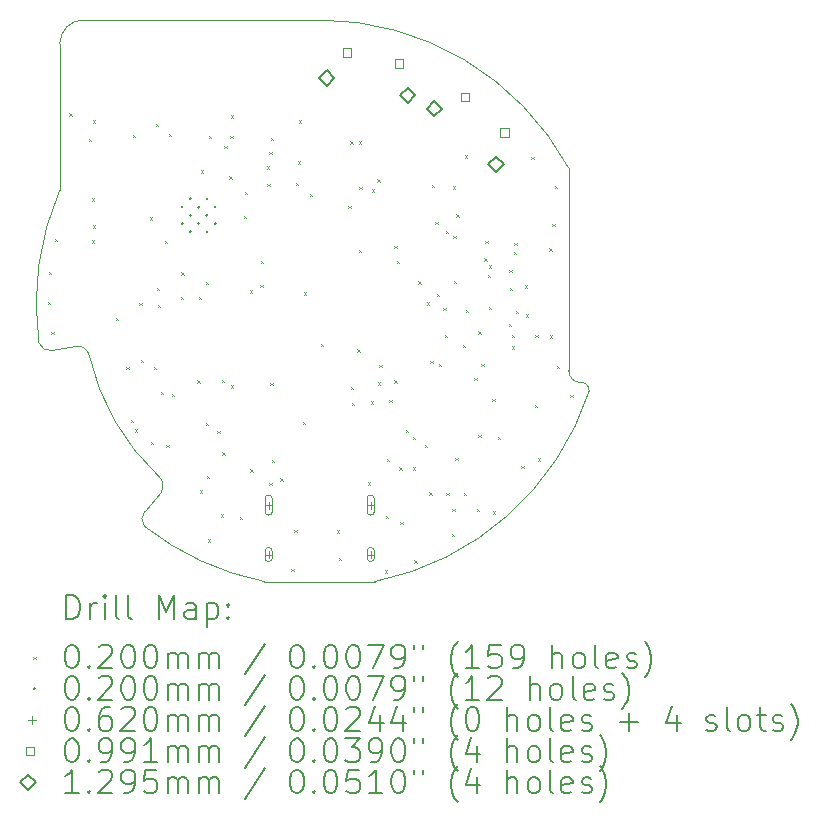
<source format=gbr>
%TF.GenerationSoftware,KiCad,Pcbnew,8.0.5*%
%TF.CreationDate,2025-01-09T20:35:50+01:00*%
%TF.ProjectId,test,74657374-2e6b-4696-9361-645f70636258,rev?*%
%TF.SameCoordinates,PX517370cPY341b1c8*%
%TF.FileFunction,Drillmap*%
%TF.FilePolarity,Positive*%
%FSLAX45Y45*%
G04 Gerber Fmt 4.5, Leading zero omitted, Abs format (unit mm)*
G04 Created by KiCad (PCBNEW 8.0.5) date 2025-01-09 20:35:50*
%MOMM*%
%LPD*%
G01*
G04 APERTURE LIST*
%ADD10C,0.100000*%
%ADD11C,0.200000*%
%ADD12C,0.129540*%
G04 APERTURE END LIST*
D10*
X-1344164Y-1598574D02*
X-1480000Y-1759000D01*
X0Y2400000D02*
G75*
G02*
X2108884Y1145692I0J-2400000D01*
G01*
X-1483930Y-1886181D02*
G75*
G02*
X-1480000Y-1759000I79930J61181D01*
G01*
X-2068000Y-363000D02*
X-2266000Y-398000D01*
X-1360172Y-1465220D02*
G75*
G02*
X-1344164Y-1598574I-67828J-75780D01*
G01*
X-2266000Y-398000D02*
G75*
G02*
X-2376831Y-332996I-17000J98000D01*
G01*
X2108884Y1145692D02*
X2109000Y-569000D01*
X2209031Y-668861D02*
G75*
G02*
X2282072Y-742689I5969J-67139D01*
G01*
X-2200000Y2200000D02*
G75*
G02*
X-2000000Y2400000I200000J0D01*
G01*
X468000Y-2354000D02*
X-469000Y-2354000D01*
X2282072Y-742689D02*
G75*
G02*
X468000Y-2354001I-2282002J742329D01*
G01*
X-468937Y-2353684D02*
G75*
G02*
X-1483930Y-1886181I468937J2353684D01*
G01*
X-1360172Y-1465220D02*
G75*
G02*
X-1950742Y-437658I1360172J1465220D01*
G01*
X2209000Y-669000D02*
G75*
G02*
X2109000Y-569000I0J100000D01*
G01*
X-2200000Y960000D02*
X-2200000Y2200000D01*
X0Y2400000D02*
X-2000000Y2400000D01*
X-2068000Y-363000D02*
G75*
G02*
X-1950742Y-437658I20000J-98000D01*
G01*
X-2376831Y-332996D02*
G75*
G02*
X-2199735Y959884I2376831J332996D01*
G01*
D11*
D10*
X-2302000Y16000D02*
X-2282000Y-4000D01*
X-2282000Y16000D02*
X-2302000Y-4000D01*
X-2291000Y270000D02*
X-2271000Y250000D01*
X-2271000Y270000D02*
X-2291000Y250000D01*
X-2272000Y-240000D02*
X-2252000Y-260000D01*
X-2252000Y-240000D02*
X-2272000Y-260000D01*
X-2240000Y548000D02*
X-2220000Y528000D01*
X-2220000Y548000D02*
X-2240000Y528000D01*
X-2118200Y1610200D02*
X-2098200Y1590200D01*
X-2098200Y1610200D02*
X-2118200Y1590200D01*
X-1955000Y1392000D02*
X-1935000Y1372000D01*
X-1935000Y1392000D02*
X-1955000Y1372000D01*
X-1930000Y890000D02*
X-1910000Y870000D01*
X-1910000Y890000D02*
X-1930000Y870000D01*
X-1927000Y535000D02*
X-1907000Y515000D01*
X-1907000Y535000D02*
X-1927000Y515000D01*
X-1921000Y661000D02*
X-1901000Y641000D01*
X-1901000Y661000D02*
X-1921000Y641000D01*
X-1920000Y1551000D02*
X-1900000Y1531000D01*
X-1900000Y1551000D02*
X-1920000Y1531000D01*
X-1724000Y-120000D02*
X-1704000Y-140000D01*
X-1704000Y-120000D02*
X-1724000Y-140000D01*
X-1637000Y-539000D02*
X-1617000Y-559000D01*
X-1617000Y-539000D02*
X-1637000Y-559000D01*
X-1600000Y-983000D02*
X-1580000Y-1003000D01*
X-1580000Y-983000D02*
X-1600000Y-1003000D01*
X-1584000Y1427000D02*
X-1564000Y1407000D01*
X-1564000Y1427000D02*
X-1584000Y1407000D01*
X-1566000Y-1065000D02*
X-1546000Y-1085000D01*
X-1546000Y-1065000D02*
X-1566000Y-1085000D01*
X-1525000Y3000D02*
X-1505000Y-17000D01*
X-1505000Y3000D02*
X-1525000Y-17000D01*
X-1513000Y-478000D02*
X-1493000Y-498000D01*
X-1493000Y-478000D02*
X-1513000Y-498000D01*
X-1436750Y730000D02*
X-1416750Y710000D01*
X-1416750Y730000D02*
X-1436750Y710000D01*
X-1428000Y-1170000D02*
X-1408000Y-1190000D01*
X-1408000Y-1170000D02*
X-1428000Y-1190000D01*
X-1402000Y-539000D02*
X-1382000Y-559000D01*
X-1382000Y-539000D02*
X-1402000Y-559000D01*
X-1388000Y1523000D02*
X-1368000Y1503000D01*
X-1368000Y1523000D02*
X-1388000Y1503000D01*
X-1381000Y133000D02*
X-1361000Y113000D01*
X-1361000Y133000D02*
X-1381000Y113000D01*
X-1370000Y-10000D02*
X-1350000Y-30000D01*
X-1350000Y-10000D02*
X-1370000Y-30000D01*
X-1346000Y-748000D02*
X-1326000Y-768000D01*
X-1326000Y-748000D02*
X-1346000Y-768000D01*
X-1310000Y530000D02*
X-1290000Y510000D01*
X-1290000Y530000D02*
X-1310000Y510000D01*
X-1299000Y-1199000D02*
X-1279000Y-1219000D01*
X-1279000Y-1199000D02*
X-1299000Y-1219000D01*
X-1275392Y1435748D02*
X-1255392Y1415748D01*
X-1255392Y1435748D02*
X-1275392Y1415748D01*
X-1254000Y-766000D02*
X-1234000Y-786000D01*
X-1234000Y-766000D02*
X-1254000Y-786000D01*
X-1177000Y57000D02*
X-1157000Y37000D01*
X-1157000Y57000D02*
X-1177000Y37000D01*
X-1171000Y264000D02*
X-1151000Y244000D01*
X-1151000Y264000D02*
X-1171000Y244000D01*
X-1035000Y-651000D02*
X-1015000Y-671000D01*
X-1015000Y-651000D02*
X-1035000Y-671000D01*
X-1022000Y57000D02*
X-1002000Y37000D01*
X-1002000Y57000D02*
X-1022000Y37000D01*
X-1014000Y-1582000D02*
X-994000Y-1602000D01*
X-994000Y-1582000D02*
X-1014000Y-1602000D01*
X-1008000Y1127000D02*
X-988000Y1107000D01*
X-988000Y1127000D02*
X-1008000Y1107000D01*
X-963000Y182000D02*
X-943000Y162000D01*
X-943000Y182000D02*
X-963000Y162000D01*
X-961000Y-1008000D02*
X-941000Y-1028000D01*
X-941000Y-1008000D02*
X-961000Y-1028000D01*
X-955000Y-1460000D02*
X-935000Y-1480000D01*
X-935000Y-1460000D02*
X-955000Y-1480000D01*
X-944000Y-1997000D02*
X-924000Y-2017000D01*
X-924000Y-1997000D02*
X-944000Y-2017000D01*
X-936469Y1421469D02*
X-916469Y1401469D01*
X-916469Y1421469D02*
X-936469Y1401469D01*
X-867000Y-1080000D02*
X-847000Y-1100000D01*
X-847000Y-1080000D02*
X-867000Y-1100000D01*
X-839000Y-1786000D02*
X-819000Y-1806000D01*
X-819000Y-1786000D02*
X-839000Y-1806000D01*
X-827000Y-647000D02*
X-807000Y-667000D01*
X-807000Y-647000D02*
X-827000Y-667000D01*
X-824000Y-1259000D02*
X-804000Y-1279000D01*
X-804000Y-1259000D02*
X-824000Y-1279000D01*
X-808000Y1334000D02*
X-788000Y1314000D01*
X-788000Y1334000D02*
X-808000Y1314000D01*
X-765000Y1078000D02*
X-745000Y1058000D01*
X-745000Y1078000D02*
X-765000Y1058000D01*
X-757000Y1419000D02*
X-737000Y1399000D01*
X-737000Y1419000D02*
X-757000Y1399000D01*
X-752000Y1593000D02*
X-732000Y1573000D01*
X-732000Y1593000D02*
X-752000Y1573000D01*
X-750000Y-692000D02*
X-730000Y-712000D01*
X-730000Y-692000D02*
X-750000Y-712000D01*
X-674000Y-1808000D02*
X-654000Y-1828000D01*
X-654000Y-1808000D02*
X-674000Y-1828000D01*
X-644000Y741000D02*
X-624000Y721000D01*
X-624000Y741000D02*
X-644000Y721000D01*
X-635000Y943000D02*
X-615000Y923000D01*
X-615000Y943000D02*
X-635000Y923000D01*
X-591000Y110000D02*
X-571000Y90000D01*
X-571000Y110000D02*
X-591000Y90000D01*
X-588000Y-1403000D02*
X-568000Y-1423000D01*
X-568000Y-1403000D02*
X-588000Y-1423000D01*
X-501000Y156000D02*
X-481000Y136000D01*
X-481000Y156000D02*
X-501000Y136000D01*
X-499000Y360000D02*
X-479000Y340000D01*
X-479000Y360000D02*
X-499000Y340000D01*
X-449000Y1161000D02*
X-429000Y1141000D01*
X-429000Y1161000D02*
X-449000Y1141000D01*
X-444000Y1012000D02*
X-424000Y992000D01*
X-424000Y1012000D02*
X-444000Y992000D01*
X-425000Y-1516000D02*
X-405000Y-1536000D01*
X-405000Y-1516000D02*
X-425000Y-1536000D01*
X-424502Y1281502D02*
X-404502Y1261502D01*
X-404502Y1281502D02*
X-424502Y1261502D01*
X-416000Y-671000D02*
X-396000Y-691000D01*
X-396000Y-671000D02*
X-416000Y-691000D01*
X-414554Y1401000D02*
X-394554Y1381000D01*
X-394554Y1401000D02*
X-414554Y1381000D01*
X-404000Y-1322270D02*
X-384000Y-1342270D01*
X-384000Y-1322270D02*
X-404000Y-1342270D01*
X-334000Y-1481000D02*
X-314000Y-1501000D01*
X-314000Y-1481000D02*
X-334000Y-1501000D01*
X-241000Y-2249000D02*
X-221000Y-2269000D01*
X-221000Y-2249000D02*
X-241000Y-2269000D01*
X-213000Y-1916000D02*
X-193000Y-1936000D01*
X-193000Y-1916000D02*
X-213000Y-1936000D01*
X-204000Y1021000D02*
X-184000Y1001000D01*
X-184000Y1021000D02*
X-204000Y1001000D01*
X-182000Y1203000D02*
X-162000Y1183000D01*
X-162000Y1203000D02*
X-182000Y1183000D01*
X-177000Y1550000D02*
X-157000Y1530000D01*
X-157000Y1550000D02*
X-177000Y1530000D01*
X-143000Y-1002000D02*
X-123000Y-1022000D01*
X-123000Y-1002000D02*
X-143000Y-1022000D01*
X-134000Y93000D02*
X-114000Y73000D01*
X-114000Y93000D02*
X-134000Y73000D01*
X-81359Y926440D02*
X-61359Y906440D01*
X-61359Y926440D02*
X-81359Y906440D01*
X10000Y-339000D02*
X30000Y-359000D01*
X30000Y-339000D02*
X10000Y-359000D01*
X148000Y-1921000D02*
X168000Y-1941000D01*
X168000Y-1921000D02*
X148000Y-1941000D01*
X163000Y-2156000D02*
X183000Y-2176000D01*
X183000Y-2156000D02*
X163000Y-2176000D01*
X243000Y827000D02*
X263000Y807000D01*
X263000Y827000D02*
X243000Y807000D01*
X261000Y1373000D02*
X281000Y1353000D01*
X281000Y1373000D02*
X261000Y1353000D01*
X264000Y-707000D02*
X284000Y-727000D01*
X284000Y-707000D02*
X264000Y-727000D01*
X271000Y-840766D02*
X291000Y-860766D01*
X291000Y-840766D02*
X271000Y-860766D01*
X319000Y-387000D02*
X339000Y-407000D01*
X339000Y-387000D02*
X319000Y-407000D01*
X330000Y455000D02*
X350000Y435000D01*
X350000Y455000D02*
X330000Y435000D01*
X331000Y1374000D02*
X351000Y1354000D01*
X351000Y1374000D02*
X331000Y1354000D01*
X337000Y988000D02*
X357000Y968000D01*
X357000Y988000D02*
X337000Y968000D01*
X407000Y-1513000D02*
X427000Y-1533000D01*
X427000Y-1513000D02*
X407000Y-1533000D01*
X436000Y-828000D02*
X456000Y-848000D01*
X456000Y-828000D02*
X436000Y-848000D01*
X444000Y968000D02*
X464000Y948000D01*
X464000Y968000D02*
X444000Y948000D01*
X490000Y1050000D02*
X510000Y1030000D01*
X510000Y1050000D02*
X490000Y1030000D01*
X495000Y-668000D02*
X515000Y-688000D01*
X515000Y-668000D02*
X495000Y-688000D01*
X506000Y-518000D02*
X526000Y-538000D01*
X526000Y-518000D02*
X506000Y-538000D01*
X550000Y-2260000D02*
X570000Y-2280000D01*
X570000Y-2260000D02*
X550000Y-2280000D01*
X559000Y-1796000D02*
X579000Y-1816000D01*
X579000Y-1796000D02*
X559000Y-1816000D01*
X568000Y-1313000D02*
X588000Y-1333000D01*
X588000Y-1313000D02*
X568000Y-1333000D01*
X591000Y-817000D02*
X611000Y-837000D01*
X611000Y-817000D02*
X591000Y-837000D01*
X632000Y-652000D02*
X652000Y-672000D01*
X652000Y-652000D02*
X632000Y-672000D01*
X632000Y489000D02*
X652000Y469000D01*
X652000Y489000D02*
X632000Y469000D01*
X651000Y363000D02*
X671000Y343000D01*
X671000Y363000D02*
X651000Y343000D01*
X674000Y-1386000D02*
X694000Y-1406000D01*
X694000Y-1386000D02*
X674000Y-1406000D01*
X683000Y-1848000D02*
X703000Y-1868000D01*
X703000Y-1848000D02*
X683000Y-1868000D01*
X729000Y-1068000D02*
X749000Y-1088000D01*
X749000Y-1068000D02*
X729000Y-1088000D01*
X787000Y-1130000D02*
X807000Y-1150000D01*
X807000Y-1130000D02*
X787000Y-1150000D01*
X788000Y-1386000D02*
X808000Y-1406000D01*
X808000Y-1386000D02*
X788000Y-1406000D01*
X803000Y-2175000D02*
X823000Y-2195000D01*
X823000Y-2175000D02*
X803000Y-2195000D01*
X837000Y187000D02*
X857000Y167000D01*
X857000Y187000D02*
X837000Y167000D01*
X889000Y-1195000D02*
X909000Y-1215000D01*
X909000Y-1195000D02*
X889000Y-1215000D01*
X910000Y10000D02*
X930000Y-10000D01*
X930000Y10000D02*
X910000Y-10000D01*
X928000Y-1598000D02*
X948000Y-1618000D01*
X948000Y-1598000D02*
X928000Y-1618000D01*
X936000Y-484000D02*
X956000Y-504000D01*
X956000Y-484000D02*
X936000Y-504000D01*
X950000Y1003000D02*
X970000Y983000D01*
X970000Y1003000D02*
X950000Y983000D01*
X979000Y692000D02*
X999000Y672000D01*
X999000Y692000D02*
X979000Y672000D01*
X990000Y80000D02*
X1010000Y60000D01*
X1010000Y80000D02*
X990000Y60000D01*
X1010000Y-510000D02*
X1030000Y-530000D01*
X1030000Y-510000D02*
X1010000Y-530000D01*
X1046000Y-38000D02*
X1066000Y-58000D01*
X1066000Y-38000D02*
X1046000Y-58000D01*
X1061000Y-266000D02*
X1081000Y-286000D01*
X1081000Y-266000D02*
X1061000Y-286000D01*
X1070000Y614000D02*
X1090000Y594000D01*
X1090000Y614000D02*
X1070000Y594000D01*
X1074000Y-1602000D02*
X1094000Y-1622000D01*
X1094000Y-1602000D02*
X1074000Y-1622000D01*
X1118000Y-1950000D02*
X1138000Y-1970000D01*
X1138000Y-1950000D02*
X1118000Y-1970000D01*
X1124000Y-1740000D02*
X1144000Y-1760000D01*
X1144000Y-1740000D02*
X1124000Y-1760000D01*
X1127000Y991000D02*
X1147000Y971000D01*
X1147000Y991000D02*
X1127000Y971000D01*
X1132000Y571000D02*
X1152000Y551000D01*
X1152000Y571000D02*
X1132000Y551000D01*
X1138151Y193000D02*
X1158151Y173000D01*
X1158151Y193000D02*
X1138151Y173000D01*
X1150000Y-1307000D02*
X1170000Y-1327000D01*
X1170000Y-1307000D02*
X1150000Y-1327000D01*
X1156000Y754000D02*
X1176000Y734000D01*
X1176000Y754000D02*
X1156000Y734000D01*
X1210000Y-350000D02*
X1230000Y-370000D01*
X1230000Y-350000D02*
X1210000Y-370000D01*
X1220000Y-1604000D02*
X1240000Y-1624000D01*
X1240000Y-1604000D02*
X1220000Y-1624000D01*
X1229000Y1255000D02*
X1249000Y1235000D01*
X1249000Y1255000D02*
X1229000Y1235000D01*
X1236000Y-55000D02*
X1256000Y-75000D01*
X1256000Y-55000D02*
X1236000Y-75000D01*
X1310000Y-630000D02*
X1330000Y-650000D01*
X1330000Y-630000D02*
X1310000Y-650000D01*
X1330000Y-1740000D02*
X1350000Y-1760000D01*
X1350000Y-1740000D02*
X1330000Y-1760000D01*
X1343000Y-1111000D02*
X1363000Y-1131000D01*
X1363000Y-1111000D02*
X1343000Y-1131000D01*
X1343498Y-236340D02*
X1363498Y-256340D01*
X1363498Y-236340D02*
X1343498Y-256340D01*
X1370000Y-510000D02*
X1390000Y-530000D01*
X1390000Y-510000D02*
X1370000Y-530000D01*
X1395000Y382000D02*
X1415000Y362000D01*
X1415000Y382000D02*
X1395000Y362000D01*
X1402000Y533000D02*
X1422000Y513000D01*
X1422000Y533000D02*
X1402000Y513000D01*
X1421912Y241912D02*
X1441912Y221912D01*
X1441912Y241912D02*
X1421912Y221912D01*
X1430000Y-30000D02*
X1450000Y-50000D01*
X1450000Y-30000D02*
X1430000Y-50000D01*
X1433000Y323000D02*
X1453000Y303000D01*
X1453000Y323000D02*
X1433000Y303000D01*
X1461000Y-805000D02*
X1481000Y-825000D01*
X1481000Y-805000D02*
X1461000Y-825000D01*
X1465000Y-1761000D02*
X1485000Y-1781000D01*
X1485000Y-1761000D02*
X1465000Y-1781000D01*
X1510000Y-1130000D02*
X1530000Y-1150000D01*
X1530000Y-1130000D02*
X1510000Y-1150000D01*
X1603000Y-170000D02*
X1623000Y-190000D01*
X1623000Y-170000D02*
X1603000Y-190000D01*
X1607000Y285000D02*
X1627000Y265000D01*
X1627000Y285000D02*
X1607000Y265000D01*
X1613000Y135000D02*
X1633000Y115000D01*
X1633000Y135000D02*
X1613000Y115000D01*
X1625414Y-266000D02*
X1645414Y-286000D01*
X1645414Y-266000D02*
X1625414Y-286000D01*
X1628000Y-364000D02*
X1648000Y-384000D01*
X1648000Y-364000D02*
X1628000Y-384000D01*
X1645000Y436000D02*
X1665000Y416000D01*
X1665000Y436000D02*
X1645000Y416000D01*
X1647938Y511062D02*
X1667938Y491062D01*
X1667938Y511062D02*
X1647938Y491062D01*
X1659000Y-64000D02*
X1679000Y-84000D01*
X1679000Y-64000D02*
X1659000Y-84000D01*
X1709000Y-1376000D02*
X1729000Y-1396000D01*
X1729000Y-1376000D02*
X1709000Y-1396000D01*
X1735000Y155000D02*
X1755000Y135000D01*
X1755000Y155000D02*
X1735000Y135000D01*
X1745000Y-92000D02*
X1765000Y-112000D01*
X1765000Y-92000D02*
X1745000Y-112000D01*
X1791000Y1244000D02*
X1811000Y1224000D01*
X1811000Y1244000D02*
X1791000Y1224000D01*
X1822172Y-860000D02*
X1842172Y-880000D01*
X1842172Y-860000D02*
X1822172Y-880000D01*
X1825000Y-266000D02*
X1845000Y-286000D01*
X1845000Y-266000D02*
X1825000Y-286000D01*
X1850000Y-1310000D02*
X1870000Y-1330000D01*
X1870000Y-1310000D02*
X1850000Y-1330000D01*
X1946000Y466000D02*
X1966000Y446000D01*
X1966000Y466000D02*
X1946000Y446000D01*
X1947000Y-270000D02*
X1967000Y-290000D01*
X1967000Y-270000D02*
X1947000Y-290000D01*
X1969000Y675000D02*
X1989000Y655000D01*
X1989000Y675000D02*
X1969000Y655000D01*
X1989000Y997000D02*
X2009000Y977000D01*
X2009000Y997000D02*
X1989000Y977000D01*
X2007249Y-529750D02*
X2027249Y-549750D01*
X2027249Y-529750D02*
X2007249Y-549750D01*
X2122000Y-771000D02*
X2142000Y-791000D01*
X2142000Y-771000D02*
X2122000Y-791000D01*
X-1154500Y816000D02*
G75*
G02*
X-1174500Y816000I-10000J0D01*
G01*
X-1174500Y816000D02*
G75*
G02*
X-1154500Y816000I10000J0D01*
G01*
X-1154500Y676000D02*
G75*
G02*
X-1174500Y676000I-10000J0D01*
G01*
X-1174500Y676000D02*
G75*
G02*
X-1154500Y676000I10000J0D01*
G01*
X-1084500Y886000D02*
G75*
G02*
X-1104500Y886000I-10000J0D01*
G01*
X-1104500Y886000D02*
G75*
G02*
X-1084500Y886000I10000J0D01*
G01*
X-1084500Y746000D02*
G75*
G02*
X-1104500Y746000I-10000J0D01*
G01*
X-1104500Y746000D02*
G75*
G02*
X-1084500Y746000I10000J0D01*
G01*
X-1084500Y606000D02*
G75*
G02*
X-1104500Y606000I-10000J0D01*
G01*
X-1104500Y606000D02*
G75*
G02*
X-1084500Y606000I10000J0D01*
G01*
X-1014500Y816000D02*
G75*
G02*
X-1034500Y816000I-10000J0D01*
G01*
X-1034500Y816000D02*
G75*
G02*
X-1014500Y816000I10000J0D01*
G01*
X-1014500Y676000D02*
G75*
G02*
X-1034500Y676000I-10000J0D01*
G01*
X-1034500Y676000D02*
G75*
G02*
X-1014500Y676000I10000J0D01*
G01*
X-944500Y886000D02*
G75*
G02*
X-964500Y886000I-10000J0D01*
G01*
X-964500Y886000D02*
G75*
G02*
X-944500Y886000I10000J0D01*
G01*
X-944500Y746000D02*
G75*
G02*
X-964500Y746000I-10000J0D01*
G01*
X-964500Y746000D02*
G75*
G02*
X-944500Y746000I10000J0D01*
G01*
X-944500Y606000D02*
G75*
G02*
X-964500Y606000I-10000J0D01*
G01*
X-964500Y606000D02*
G75*
G02*
X-944500Y606000I10000J0D01*
G01*
X-874500Y816000D02*
G75*
G02*
X-894500Y816000I-10000J0D01*
G01*
X-894500Y816000D02*
G75*
G02*
X-874500Y816000I10000J0D01*
G01*
X-874500Y676000D02*
G75*
G02*
X-894500Y676000I-10000J0D01*
G01*
X-894500Y676000D02*
G75*
G02*
X-874500Y676000I10000J0D01*
G01*
X-432000Y-1677000D02*
X-432000Y-1739000D01*
X-463000Y-1708000D02*
X-401000Y-1708000D01*
X-463000Y-1654000D02*
X-463000Y-1762000D01*
X-401000Y-1762000D02*
G75*
G02*
X-463000Y-1762000I-31000J0D01*
G01*
X-401000Y-1762000D02*
X-401000Y-1654000D01*
X-401000Y-1654000D02*
G75*
G03*
X-463000Y-1654000I-31000J0D01*
G01*
X-432000Y-2095000D02*
X-432000Y-2157000D01*
X-463000Y-2126000D02*
X-401000Y-2126000D01*
X-463000Y-2097000D02*
X-463000Y-2155000D01*
X-401000Y-2155000D02*
G75*
G02*
X-463000Y-2155000I-31000J0D01*
G01*
X-401000Y-2155000D02*
X-401000Y-2097000D01*
X-401000Y-2097000D02*
G75*
G03*
X-463000Y-2097000I-31000J0D01*
G01*
X432000Y-1677000D02*
X432000Y-1739000D01*
X401000Y-1708000D02*
X463000Y-1708000D01*
X401000Y-1654000D02*
X401000Y-1762000D01*
X463000Y-1762000D02*
G75*
G02*
X401000Y-1762000I-31000J0D01*
G01*
X463000Y-1762000D02*
X463000Y-1654000D01*
X463000Y-1654000D02*
G75*
G03*
X401000Y-1654000I-31000J0D01*
G01*
X432000Y-2095000D02*
X432000Y-2157000D01*
X401000Y-2126000D02*
X463000Y-2126000D01*
X401000Y-2097000D02*
X401000Y-2155000D01*
X463000Y-2155000D02*
G75*
G02*
X401000Y-2155000I-31000J0D01*
G01*
X463000Y-2155000D02*
X463000Y-2097000D01*
X463000Y-2097000D02*
G75*
G03*
X401000Y-2097000I-31000J0D01*
G01*
X269519Y2090482D02*
X269519Y2160529D01*
X199472Y2160529D01*
X199472Y2090482D01*
X269519Y2090482D01*
X709685Y1996922D02*
X709685Y2066968D01*
X639639Y2066968D01*
X639639Y1996922D01*
X709685Y1996922D01*
X1266685Y1713922D02*
X1266685Y1783968D01*
X1196639Y1783968D01*
X1196639Y1713922D01*
X1266685Y1713922D01*
X1601100Y1412813D02*
X1601100Y1482860D01*
X1531054Y1482860D01*
X1531054Y1412813D01*
X1601100Y1412813D01*
D12*
X59962Y1843240D02*
X124732Y1908010D01*
X59962Y1972780D01*
X-4808Y1908010D01*
X59962Y1843240D01*
X745643Y1697494D02*
X810413Y1762264D01*
X745643Y1827034D01*
X680873Y1762264D01*
X745643Y1697494D01*
X971764Y1583086D02*
X1036534Y1647856D01*
X971764Y1712626D01*
X906994Y1647856D01*
X971764Y1583086D01*
X1492708Y1114025D02*
X1557478Y1178795D01*
X1492708Y1243565D01*
X1427938Y1178795D01*
X1492708Y1114025D01*
D11*
X-2144267Y-2670484D02*
X-2144267Y-2470484D01*
X-2144267Y-2470484D02*
X-2096648Y-2470484D01*
X-2096648Y-2470484D02*
X-2068077Y-2480008D01*
X-2068077Y-2480008D02*
X-2049029Y-2499055D01*
X-2049029Y-2499055D02*
X-2039505Y-2518103D01*
X-2039505Y-2518103D02*
X-2029982Y-2556198D01*
X-2029982Y-2556198D02*
X-2029982Y-2584770D01*
X-2029982Y-2584770D02*
X-2039505Y-2622865D01*
X-2039505Y-2622865D02*
X-2049029Y-2641912D01*
X-2049029Y-2641912D02*
X-2068077Y-2660960D01*
X-2068077Y-2660960D02*
X-2096648Y-2670484D01*
X-2096648Y-2670484D02*
X-2144267Y-2670484D01*
X-1944267Y-2670484D02*
X-1944267Y-2537150D01*
X-1944267Y-2575246D02*
X-1934743Y-2556198D01*
X-1934743Y-2556198D02*
X-1925220Y-2546674D01*
X-1925220Y-2546674D02*
X-1906172Y-2537150D01*
X-1906172Y-2537150D02*
X-1887124Y-2537150D01*
X-1820458Y-2670484D02*
X-1820458Y-2537150D01*
X-1820458Y-2470484D02*
X-1829982Y-2480008D01*
X-1829982Y-2480008D02*
X-1820458Y-2489531D01*
X-1820458Y-2489531D02*
X-1810934Y-2480008D01*
X-1810934Y-2480008D02*
X-1820458Y-2470484D01*
X-1820458Y-2470484D02*
X-1820458Y-2489531D01*
X-1696648Y-2670484D02*
X-1715696Y-2660960D01*
X-1715696Y-2660960D02*
X-1725220Y-2641912D01*
X-1725220Y-2641912D02*
X-1725220Y-2470484D01*
X-1591886Y-2670484D02*
X-1610934Y-2660960D01*
X-1610934Y-2660960D02*
X-1620458Y-2641912D01*
X-1620458Y-2641912D02*
X-1620458Y-2470484D01*
X-1363315Y-2670484D02*
X-1363315Y-2470484D01*
X-1363315Y-2470484D02*
X-1296648Y-2613341D01*
X-1296648Y-2613341D02*
X-1229982Y-2470484D01*
X-1229982Y-2470484D02*
X-1229982Y-2670484D01*
X-1049029Y-2670484D02*
X-1049029Y-2565722D01*
X-1049029Y-2565722D02*
X-1058553Y-2546674D01*
X-1058553Y-2546674D02*
X-1077601Y-2537150D01*
X-1077601Y-2537150D02*
X-1115696Y-2537150D01*
X-1115696Y-2537150D02*
X-1134744Y-2546674D01*
X-1049029Y-2660960D02*
X-1068077Y-2670484D01*
X-1068077Y-2670484D02*
X-1115696Y-2670484D01*
X-1115696Y-2670484D02*
X-1134744Y-2660960D01*
X-1134744Y-2660960D02*
X-1144267Y-2641912D01*
X-1144267Y-2641912D02*
X-1144267Y-2622865D01*
X-1144267Y-2622865D02*
X-1134744Y-2603817D01*
X-1134744Y-2603817D02*
X-1115696Y-2594293D01*
X-1115696Y-2594293D02*
X-1068077Y-2594293D01*
X-1068077Y-2594293D02*
X-1049029Y-2584770D01*
X-953791Y-2537150D02*
X-953791Y-2737150D01*
X-953791Y-2546674D02*
X-934743Y-2537150D01*
X-934743Y-2537150D02*
X-896648Y-2537150D01*
X-896648Y-2537150D02*
X-877601Y-2546674D01*
X-877601Y-2546674D02*
X-868077Y-2556198D01*
X-868077Y-2556198D02*
X-858553Y-2575246D01*
X-858553Y-2575246D02*
X-858553Y-2632389D01*
X-858553Y-2632389D02*
X-868077Y-2651436D01*
X-868077Y-2651436D02*
X-877601Y-2660960D01*
X-877601Y-2660960D02*
X-896648Y-2670484D01*
X-896648Y-2670484D02*
X-934743Y-2670484D01*
X-934743Y-2670484D02*
X-953791Y-2660960D01*
X-772839Y-2651436D02*
X-763315Y-2660960D01*
X-763315Y-2660960D02*
X-772839Y-2670484D01*
X-772839Y-2670484D02*
X-782362Y-2660960D01*
X-782362Y-2660960D02*
X-772839Y-2651436D01*
X-772839Y-2651436D02*
X-772839Y-2670484D01*
X-772839Y-2546674D02*
X-763315Y-2556198D01*
X-763315Y-2556198D02*
X-772839Y-2565722D01*
X-772839Y-2565722D02*
X-782362Y-2556198D01*
X-782362Y-2556198D02*
X-772839Y-2546674D01*
X-772839Y-2546674D02*
X-772839Y-2565722D01*
D10*
X-2425044Y-2989000D02*
X-2405044Y-3009000D01*
X-2405044Y-2989000D02*
X-2425044Y-3009000D01*
D11*
X-2106172Y-2890484D02*
X-2087124Y-2890484D01*
X-2087124Y-2890484D02*
X-2068077Y-2900008D01*
X-2068077Y-2900008D02*
X-2058553Y-2909531D01*
X-2058553Y-2909531D02*
X-2049029Y-2928579D01*
X-2049029Y-2928579D02*
X-2039505Y-2966674D01*
X-2039505Y-2966674D02*
X-2039505Y-3014293D01*
X-2039505Y-3014293D02*
X-2049029Y-3052388D01*
X-2049029Y-3052388D02*
X-2058553Y-3071436D01*
X-2058553Y-3071436D02*
X-2068077Y-3080960D01*
X-2068077Y-3080960D02*
X-2087124Y-3090484D01*
X-2087124Y-3090484D02*
X-2106172Y-3090484D01*
X-2106172Y-3090484D02*
X-2125220Y-3080960D01*
X-2125220Y-3080960D02*
X-2134744Y-3071436D01*
X-2134744Y-3071436D02*
X-2144267Y-3052388D01*
X-2144267Y-3052388D02*
X-2153791Y-3014293D01*
X-2153791Y-3014293D02*
X-2153791Y-2966674D01*
X-2153791Y-2966674D02*
X-2144267Y-2928579D01*
X-2144267Y-2928579D02*
X-2134744Y-2909531D01*
X-2134744Y-2909531D02*
X-2125220Y-2900008D01*
X-2125220Y-2900008D02*
X-2106172Y-2890484D01*
X-1953791Y-3071436D02*
X-1944267Y-3080960D01*
X-1944267Y-3080960D02*
X-1953791Y-3090484D01*
X-1953791Y-3090484D02*
X-1963315Y-3080960D01*
X-1963315Y-3080960D02*
X-1953791Y-3071436D01*
X-1953791Y-3071436D02*
X-1953791Y-3090484D01*
X-1868077Y-2909531D02*
X-1858553Y-2900008D01*
X-1858553Y-2900008D02*
X-1839505Y-2890484D01*
X-1839505Y-2890484D02*
X-1791886Y-2890484D01*
X-1791886Y-2890484D02*
X-1772839Y-2900008D01*
X-1772839Y-2900008D02*
X-1763315Y-2909531D01*
X-1763315Y-2909531D02*
X-1753791Y-2928579D01*
X-1753791Y-2928579D02*
X-1753791Y-2947627D01*
X-1753791Y-2947627D02*
X-1763315Y-2976198D01*
X-1763315Y-2976198D02*
X-1877601Y-3090484D01*
X-1877601Y-3090484D02*
X-1753791Y-3090484D01*
X-1629982Y-2890484D02*
X-1610934Y-2890484D01*
X-1610934Y-2890484D02*
X-1591886Y-2900008D01*
X-1591886Y-2900008D02*
X-1582362Y-2909531D01*
X-1582362Y-2909531D02*
X-1572839Y-2928579D01*
X-1572839Y-2928579D02*
X-1563315Y-2966674D01*
X-1563315Y-2966674D02*
X-1563315Y-3014293D01*
X-1563315Y-3014293D02*
X-1572839Y-3052388D01*
X-1572839Y-3052388D02*
X-1582362Y-3071436D01*
X-1582362Y-3071436D02*
X-1591886Y-3080960D01*
X-1591886Y-3080960D02*
X-1610934Y-3090484D01*
X-1610934Y-3090484D02*
X-1629982Y-3090484D01*
X-1629982Y-3090484D02*
X-1649029Y-3080960D01*
X-1649029Y-3080960D02*
X-1658553Y-3071436D01*
X-1658553Y-3071436D02*
X-1668077Y-3052388D01*
X-1668077Y-3052388D02*
X-1677601Y-3014293D01*
X-1677601Y-3014293D02*
X-1677601Y-2966674D01*
X-1677601Y-2966674D02*
X-1668077Y-2928579D01*
X-1668077Y-2928579D02*
X-1658553Y-2909531D01*
X-1658553Y-2909531D02*
X-1649029Y-2900008D01*
X-1649029Y-2900008D02*
X-1629982Y-2890484D01*
X-1439505Y-2890484D02*
X-1420458Y-2890484D01*
X-1420458Y-2890484D02*
X-1401410Y-2900008D01*
X-1401410Y-2900008D02*
X-1391886Y-2909531D01*
X-1391886Y-2909531D02*
X-1382363Y-2928579D01*
X-1382363Y-2928579D02*
X-1372839Y-2966674D01*
X-1372839Y-2966674D02*
X-1372839Y-3014293D01*
X-1372839Y-3014293D02*
X-1382363Y-3052388D01*
X-1382363Y-3052388D02*
X-1391886Y-3071436D01*
X-1391886Y-3071436D02*
X-1401410Y-3080960D01*
X-1401410Y-3080960D02*
X-1420458Y-3090484D01*
X-1420458Y-3090484D02*
X-1439505Y-3090484D01*
X-1439505Y-3090484D02*
X-1458553Y-3080960D01*
X-1458553Y-3080960D02*
X-1468077Y-3071436D01*
X-1468077Y-3071436D02*
X-1477601Y-3052388D01*
X-1477601Y-3052388D02*
X-1487124Y-3014293D01*
X-1487124Y-3014293D02*
X-1487124Y-2966674D01*
X-1487124Y-2966674D02*
X-1477601Y-2928579D01*
X-1477601Y-2928579D02*
X-1468077Y-2909531D01*
X-1468077Y-2909531D02*
X-1458553Y-2900008D01*
X-1458553Y-2900008D02*
X-1439505Y-2890484D01*
X-1287124Y-3090484D02*
X-1287124Y-2957150D01*
X-1287124Y-2976198D02*
X-1277601Y-2966674D01*
X-1277601Y-2966674D02*
X-1258553Y-2957150D01*
X-1258553Y-2957150D02*
X-1229982Y-2957150D01*
X-1229982Y-2957150D02*
X-1210934Y-2966674D01*
X-1210934Y-2966674D02*
X-1201410Y-2985722D01*
X-1201410Y-2985722D02*
X-1201410Y-3090484D01*
X-1201410Y-2985722D02*
X-1191886Y-2966674D01*
X-1191886Y-2966674D02*
X-1172839Y-2957150D01*
X-1172839Y-2957150D02*
X-1144267Y-2957150D01*
X-1144267Y-2957150D02*
X-1125220Y-2966674D01*
X-1125220Y-2966674D02*
X-1115696Y-2985722D01*
X-1115696Y-2985722D02*
X-1115696Y-3090484D01*
X-1020458Y-3090484D02*
X-1020458Y-2957150D01*
X-1020458Y-2976198D02*
X-1010934Y-2966674D01*
X-1010934Y-2966674D02*
X-991886Y-2957150D01*
X-991886Y-2957150D02*
X-963315Y-2957150D01*
X-963315Y-2957150D02*
X-944267Y-2966674D01*
X-944267Y-2966674D02*
X-934743Y-2985722D01*
X-934743Y-2985722D02*
X-934743Y-3090484D01*
X-934743Y-2985722D02*
X-925220Y-2966674D01*
X-925220Y-2966674D02*
X-906172Y-2957150D01*
X-906172Y-2957150D02*
X-877601Y-2957150D01*
X-877601Y-2957150D02*
X-858553Y-2966674D01*
X-858553Y-2966674D02*
X-849029Y-2985722D01*
X-849029Y-2985722D02*
X-849029Y-3090484D01*
X-458553Y-2880960D02*
X-629981Y-3138103D01*
X-201410Y-2890484D02*
X-182362Y-2890484D01*
X-182362Y-2890484D02*
X-163315Y-2900008D01*
X-163315Y-2900008D02*
X-153791Y-2909531D01*
X-153791Y-2909531D02*
X-144267Y-2928579D01*
X-144267Y-2928579D02*
X-134743Y-2966674D01*
X-134743Y-2966674D02*
X-134743Y-3014293D01*
X-134743Y-3014293D02*
X-144267Y-3052388D01*
X-144267Y-3052388D02*
X-153791Y-3071436D01*
X-153791Y-3071436D02*
X-163315Y-3080960D01*
X-163315Y-3080960D02*
X-182362Y-3090484D01*
X-182362Y-3090484D02*
X-201410Y-3090484D01*
X-201410Y-3090484D02*
X-220458Y-3080960D01*
X-220458Y-3080960D02*
X-229981Y-3071436D01*
X-229981Y-3071436D02*
X-239505Y-3052388D01*
X-239505Y-3052388D02*
X-249029Y-3014293D01*
X-249029Y-3014293D02*
X-249029Y-2966674D01*
X-249029Y-2966674D02*
X-239505Y-2928579D01*
X-239505Y-2928579D02*
X-229981Y-2909531D01*
X-229981Y-2909531D02*
X-220458Y-2900008D01*
X-220458Y-2900008D02*
X-201410Y-2890484D01*
X-49029Y-3071436D02*
X-39505Y-3080960D01*
X-39505Y-3080960D02*
X-49029Y-3090484D01*
X-49029Y-3090484D02*
X-58553Y-3080960D01*
X-58553Y-3080960D02*
X-49029Y-3071436D01*
X-49029Y-3071436D02*
X-49029Y-3090484D01*
X84304Y-2890484D02*
X103352Y-2890484D01*
X103352Y-2890484D02*
X122400Y-2900008D01*
X122400Y-2900008D02*
X131923Y-2909531D01*
X131923Y-2909531D02*
X141447Y-2928579D01*
X141447Y-2928579D02*
X150971Y-2966674D01*
X150971Y-2966674D02*
X150971Y-3014293D01*
X150971Y-3014293D02*
X141447Y-3052388D01*
X141447Y-3052388D02*
X131923Y-3071436D01*
X131923Y-3071436D02*
X122400Y-3080960D01*
X122400Y-3080960D02*
X103352Y-3090484D01*
X103352Y-3090484D02*
X84304Y-3090484D01*
X84304Y-3090484D02*
X65257Y-3080960D01*
X65257Y-3080960D02*
X55733Y-3071436D01*
X55733Y-3071436D02*
X46209Y-3052388D01*
X46209Y-3052388D02*
X36685Y-3014293D01*
X36685Y-3014293D02*
X36685Y-2966674D01*
X36685Y-2966674D02*
X46209Y-2928579D01*
X46209Y-2928579D02*
X55733Y-2909531D01*
X55733Y-2909531D02*
X65257Y-2900008D01*
X65257Y-2900008D02*
X84304Y-2890484D01*
X274781Y-2890484D02*
X293828Y-2890484D01*
X293828Y-2890484D02*
X312876Y-2900008D01*
X312876Y-2900008D02*
X322400Y-2909531D01*
X322400Y-2909531D02*
X331923Y-2928579D01*
X331923Y-2928579D02*
X341447Y-2966674D01*
X341447Y-2966674D02*
X341447Y-3014293D01*
X341447Y-3014293D02*
X331923Y-3052388D01*
X331923Y-3052388D02*
X322400Y-3071436D01*
X322400Y-3071436D02*
X312876Y-3080960D01*
X312876Y-3080960D02*
X293828Y-3090484D01*
X293828Y-3090484D02*
X274781Y-3090484D01*
X274781Y-3090484D02*
X255733Y-3080960D01*
X255733Y-3080960D02*
X246209Y-3071436D01*
X246209Y-3071436D02*
X236685Y-3052388D01*
X236685Y-3052388D02*
X227161Y-3014293D01*
X227161Y-3014293D02*
X227161Y-2966674D01*
X227161Y-2966674D02*
X236685Y-2928579D01*
X236685Y-2928579D02*
X246209Y-2909531D01*
X246209Y-2909531D02*
X255733Y-2900008D01*
X255733Y-2900008D02*
X274781Y-2890484D01*
X408114Y-2890484D02*
X541447Y-2890484D01*
X541447Y-2890484D02*
X455733Y-3090484D01*
X627162Y-3090484D02*
X665257Y-3090484D01*
X665257Y-3090484D02*
X684304Y-3080960D01*
X684304Y-3080960D02*
X693828Y-3071436D01*
X693828Y-3071436D02*
X712876Y-3042865D01*
X712876Y-3042865D02*
X722400Y-3004769D01*
X722400Y-3004769D02*
X722400Y-2928579D01*
X722400Y-2928579D02*
X712876Y-2909531D01*
X712876Y-2909531D02*
X703352Y-2900008D01*
X703352Y-2900008D02*
X684304Y-2890484D01*
X684304Y-2890484D02*
X646209Y-2890484D01*
X646209Y-2890484D02*
X627162Y-2900008D01*
X627162Y-2900008D02*
X617638Y-2909531D01*
X617638Y-2909531D02*
X608114Y-2928579D01*
X608114Y-2928579D02*
X608114Y-2976198D01*
X608114Y-2976198D02*
X617638Y-2995246D01*
X617638Y-2995246D02*
X627162Y-3004769D01*
X627162Y-3004769D02*
X646209Y-3014293D01*
X646209Y-3014293D02*
X684304Y-3014293D01*
X684304Y-3014293D02*
X703352Y-3004769D01*
X703352Y-3004769D02*
X712876Y-2995246D01*
X712876Y-2995246D02*
X722400Y-2976198D01*
X798590Y-2890484D02*
X798590Y-2928579D01*
X874781Y-2890484D02*
X874781Y-2928579D01*
X1170019Y-3166674D02*
X1160495Y-3157150D01*
X1160495Y-3157150D02*
X1141447Y-3128579D01*
X1141447Y-3128579D02*
X1131924Y-3109531D01*
X1131924Y-3109531D02*
X1122400Y-3080960D01*
X1122400Y-3080960D02*
X1112876Y-3033341D01*
X1112876Y-3033341D02*
X1112876Y-2995246D01*
X1112876Y-2995246D02*
X1122400Y-2947627D01*
X1122400Y-2947627D02*
X1131924Y-2919055D01*
X1131924Y-2919055D02*
X1141447Y-2900008D01*
X1141447Y-2900008D02*
X1160495Y-2871436D01*
X1160495Y-2871436D02*
X1170019Y-2861912D01*
X1350971Y-3090484D02*
X1236685Y-3090484D01*
X1293828Y-3090484D02*
X1293828Y-2890484D01*
X1293828Y-2890484D02*
X1274781Y-2919055D01*
X1274781Y-2919055D02*
X1255733Y-2938103D01*
X1255733Y-2938103D02*
X1236685Y-2947627D01*
X1531923Y-2890484D02*
X1436685Y-2890484D01*
X1436685Y-2890484D02*
X1427162Y-2985722D01*
X1427162Y-2985722D02*
X1436685Y-2976198D01*
X1436685Y-2976198D02*
X1455733Y-2966674D01*
X1455733Y-2966674D02*
X1503352Y-2966674D01*
X1503352Y-2966674D02*
X1522400Y-2976198D01*
X1522400Y-2976198D02*
X1531923Y-2985722D01*
X1531923Y-2985722D02*
X1541447Y-3004769D01*
X1541447Y-3004769D02*
X1541447Y-3052388D01*
X1541447Y-3052388D02*
X1531923Y-3071436D01*
X1531923Y-3071436D02*
X1522400Y-3080960D01*
X1522400Y-3080960D02*
X1503352Y-3090484D01*
X1503352Y-3090484D02*
X1455733Y-3090484D01*
X1455733Y-3090484D02*
X1436685Y-3080960D01*
X1436685Y-3080960D02*
X1427162Y-3071436D01*
X1636685Y-3090484D02*
X1674781Y-3090484D01*
X1674781Y-3090484D02*
X1693828Y-3080960D01*
X1693828Y-3080960D02*
X1703352Y-3071436D01*
X1703352Y-3071436D02*
X1722400Y-3042865D01*
X1722400Y-3042865D02*
X1731923Y-3004769D01*
X1731923Y-3004769D02*
X1731923Y-2928579D01*
X1731923Y-2928579D02*
X1722400Y-2909531D01*
X1722400Y-2909531D02*
X1712876Y-2900008D01*
X1712876Y-2900008D02*
X1693828Y-2890484D01*
X1693828Y-2890484D02*
X1655733Y-2890484D01*
X1655733Y-2890484D02*
X1636685Y-2900008D01*
X1636685Y-2900008D02*
X1627162Y-2909531D01*
X1627162Y-2909531D02*
X1617638Y-2928579D01*
X1617638Y-2928579D02*
X1617638Y-2976198D01*
X1617638Y-2976198D02*
X1627162Y-2995246D01*
X1627162Y-2995246D02*
X1636685Y-3004769D01*
X1636685Y-3004769D02*
X1655733Y-3014293D01*
X1655733Y-3014293D02*
X1693828Y-3014293D01*
X1693828Y-3014293D02*
X1712876Y-3004769D01*
X1712876Y-3004769D02*
X1722400Y-2995246D01*
X1722400Y-2995246D02*
X1731923Y-2976198D01*
X1970019Y-3090484D02*
X1970019Y-2890484D01*
X2055733Y-3090484D02*
X2055733Y-2985722D01*
X2055733Y-2985722D02*
X2046209Y-2966674D01*
X2046209Y-2966674D02*
X2027162Y-2957150D01*
X2027162Y-2957150D02*
X1998590Y-2957150D01*
X1998590Y-2957150D02*
X1979543Y-2966674D01*
X1979543Y-2966674D02*
X1970019Y-2976198D01*
X2179543Y-3090484D02*
X2160495Y-3080960D01*
X2160495Y-3080960D02*
X2150971Y-3071436D01*
X2150971Y-3071436D02*
X2141447Y-3052388D01*
X2141447Y-3052388D02*
X2141447Y-2995246D01*
X2141447Y-2995246D02*
X2150971Y-2976198D01*
X2150971Y-2976198D02*
X2160495Y-2966674D01*
X2160495Y-2966674D02*
X2179543Y-2957150D01*
X2179543Y-2957150D02*
X2208114Y-2957150D01*
X2208114Y-2957150D02*
X2227162Y-2966674D01*
X2227162Y-2966674D02*
X2236686Y-2976198D01*
X2236686Y-2976198D02*
X2246209Y-2995246D01*
X2246209Y-2995246D02*
X2246209Y-3052388D01*
X2246209Y-3052388D02*
X2236686Y-3071436D01*
X2236686Y-3071436D02*
X2227162Y-3080960D01*
X2227162Y-3080960D02*
X2208114Y-3090484D01*
X2208114Y-3090484D02*
X2179543Y-3090484D01*
X2360495Y-3090484D02*
X2341447Y-3080960D01*
X2341447Y-3080960D02*
X2331924Y-3061912D01*
X2331924Y-3061912D02*
X2331924Y-2890484D01*
X2512876Y-3080960D02*
X2493828Y-3090484D01*
X2493828Y-3090484D02*
X2455733Y-3090484D01*
X2455733Y-3090484D02*
X2436686Y-3080960D01*
X2436686Y-3080960D02*
X2427162Y-3061912D01*
X2427162Y-3061912D02*
X2427162Y-2985722D01*
X2427162Y-2985722D02*
X2436686Y-2966674D01*
X2436686Y-2966674D02*
X2455733Y-2957150D01*
X2455733Y-2957150D02*
X2493828Y-2957150D01*
X2493828Y-2957150D02*
X2512876Y-2966674D01*
X2512876Y-2966674D02*
X2522400Y-2985722D01*
X2522400Y-2985722D02*
X2522400Y-3004769D01*
X2522400Y-3004769D02*
X2427162Y-3023817D01*
X2598590Y-3080960D02*
X2617638Y-3090484D01*
X2617638Y-3090484D02*
X2655733Y-3090484D01*
X2655733Y-3090484D02*
X2674781Y-3080960D01*
X2674781Y-3080960D02*
X2684305Y-3061912D01*
X2684305Y-3061912D02*
X2684305Y-3052388D01*
X2684305Y-3052388D02*
X2674781Y-3033341D01*
X2674781Y-3033341D02*
X2655733Y-3023817D01*
X2655733Y-3023817D02*
X2627162Y-3023817D01*
X2627162Y-3023817D02*
X2608114Y-3014293D01*
X2608114Y-3014293D02*
X2598590Y-2995246D01*
X2598590Y-2995246D02*
X2598590Y-2985722D01*
X2598590Y-2985722D02*
X2608114Y-2966674D01*
X2608114Y-2966674D02*
X2627162Y-2957150D01*
X2627162Y-2957150D02*
X2655733Y-2957150D01*
X2655733Y-2957150D02*
X2674781Y-2966674D01*
X2750971Y-3166674D02*
X2760495Y-3157150D01*
X2760495Y-3157150D02*
X2779543Y-3128579D01*
X2779543Y-3128579D02*
X2789067Y-3109531D01*
X2789067Y-3109531D02*
X2798590Y-3080960D01*
X2798590Y-3080960D02*
X2808114Y-3033341D01*
X2808114Y-3033341D02*
X2808114Y-2995246D01*
X2808114Y-2995246D02*
X2798590Y-2947627D01*
X2798590Y-2947627D02*
X2789067Y-2919055D01*
X2789067Y-2919055D02*
X2779543Y-2900008D01*
X2779543Y-2900008D02*
X2760495Y-2871436D01*
X2760495Y-2871436D02*
X2750971Y-2861912D01*
D10*
X-2405044Y-3263000D02*
G75*
G02*
X-2425044Y-3263000I-10000J0D01*
G01*
X-2425044Y-3263000D02*
G75*
G02*
X-2405044Y-3263000I10000J0D01*
G01*
D11*
X-2106172Y-3154484D02*
X-2087124Y-3154484D01*
X-2087124Y-3154484D02*
X-2068077Y-3164008D01*
X-2068077Y-3164008D02*
X-2058553Y-3173531D01*
X-2058553Y-3173531D02*
X-2049029Y-3192579D01*
X-2049029Y-3192579D02*
X-2039505Y-3230674D01*
X-2039505Y-3230674D02*
X-2039505Y-3278293D01*
X-2039505Y-3278293D02*
X-2049029Y-3316388D01*
X-2049029Y-3316388D02*
X-2058553Y-3335436D01*
X-2058553Y-3335436D02*
X-2068077Y-3344960D01*
X-2068077Y-3344960D02*
X-2087124Y-3354484D01*
X-2087124Y-3354484D02*
X-2106172Y-3354484D01*
X-2106172Y-3354484D02*
X-2125220Y-3344960D01*
X-2125220Y-3344960D02*
X-2134744Y-3335436D01*
X-2134744Y-3335436D02*
X-2144267Y-3316388D01*
X-2144267Y-3316388D02*
X-2153791Y-3278293D01*
X-2153791Y-3278293D02*
X-2153791Y-3230674D01*
X-2153791Y-3230674D02*
X-2144267Y-3192579D01*
X-2144267Y-3192579D02*
X-2134744Y-3173531D01*
X-2134744Y-3173531D02*
X-2125220Y-3164008D01*
X-2125220Y-3164008D02*
X-2106172Y-3154484D01*
X-1953791Y-3335436D02*
X-1944267Y-3344960D01*
X-1944267Y-3344960D02*
X-1953791Y-3354484D01*
X-1953791Y-3354484D02*
X-1963315Y-3344960D01*
X-1963315Y-3344960D02*
X-1953791Y-3335436D01*
X-1953791Y-3335436D02*
X-1953791Y-3354484D01*
X-1868077Y-3173531D02*
X-1858553Y-3164008D01*
X-1858553Y-3164008D02*
X-1839505Y-3154484D01*
X-1839505Y-3154484D02*
X-1791886Y-3154484D01*
X-1791886Y-3154484D02*
X-1772839Y-3164008D01*
X-1772839Y-3164008D02*
X-1763315Y-3173531D01*
X-1763315Y-3173531D02*
X-1753791Y-3192579D01*
X-1753791Y-3192579D02*
X-1753791Y-3211627D01*
X-1753791Y-3211627D02*
X-1763315Y-3240198D01*
X-1763315Y-3240198D02*
X-1877601Y-3354484D01*
X-1877601Y-3354484D02*
X-1753791Y-3354484D01*
X-1629982Y-3154484D02*
X-1610934Y-3154484D01*
X-1610934Y-3154484D02*
X-1591886Y-3164008D01*
X-1591886Y-3164008D02*
X-1582362Y-3173531D01*
X-1582362Y-3173531D02*
X-1572839Y-3192579D01*
X-1572839Y-3192579D02*
X-1563315Y-3230674D01*
X-1563315Y-3230674D02*
X-1563315Y-3278293D01*
X-1563315Y-3278293D02*
X-1572839Y-3316388D01*
X-1572839Y-3316388D02*
X-1582362Y-3335436D01*
X-1582362Y-3335436D02*
X-1591886Y-3344960D01*
X-1591886Y-3344960D02*
X-1610934Y-3354484D01*
X-1610934Y-3354484D02*
X-1629982Y-3354484D01*
X-1629982Y-3354484D02*
X-1649029Y-3344960D01*
X-1649029Y-3344960D02*
X-1658553Y-3335436D01*
X-1658553Y-3335436D02*
X-1668077Y-3316388D01*
X-1668077Y-3316388D02*
X-1677601Y-3278293D01*
X-1677601Y-3278293D02*
X-1677601Y-3230674D01*
X-1677601Y-3230674D02*
X-1668077Y-3192579D01*
X-1668077Y-3192579D02*
X-1658553Y-3173531D01*
X-1658553Y-3173531D02*
X-1649029Y-3164008D01*
X-1649029Y-3164008D02*
X-1629982Y-3154484D01*
X-1439505Y-3154484D02*
X-1420458Y-3154484D01*
X-1420458Y-3154484D02*
X-1401410Y-3164008D01*
X-1401410Y-3164008D02*
X-1391886Y-3173531D01*
X-1391886Y-3173531D02*
X-1382363Y-3192579D01*
X-1382363Y-3192579D02*
X-1372839Y-3230674D01*
X-1372839Y-3230674D02*
X-1372839Y-3278293D01*
X-1372839Y-3278293D02*
X-1382363Y-3316388D01*
X-1382363Y-3316388D02*
X-1391886Y-3335436D01*
X-1391886Y-3335436D02*
X-1401410Y-3344960D01*
X-1401410Y-3344960D02*
X-1420458Y-3354484D01*
X-1420458Y-3354484D02*
X-1439505Y-3354484D01*
X-1439505Y-3354484D02*
X-1458553Y-3344960D01*
X-1458553Y-3344960D02*
X-1468077Y-3335436D01*
X-1468077Y-3335436D02*
X-1477601Y-3316388D01*
X-1477601Y-3316388D02*
X-1487124Y-3278293D01*
X-1487124Y-3278293D02*
X-1487124Y-3230674D01*
X-1487124Y-3230674D02*
X-1477601Y-3192579D01*
X-1477601Y-3192579D02*
X-1468077Y-3173531D01*
X-1468077Y-3173531D02*
X-1458553Y-3164008D01*
X-1458553Y-3164008D02*
X-1439505Y-3154484D01*
X-1287124Y-3354484D02*
X-1287124Y-3221150D01*
X-1287124Y-3240198D02*
X-1277601Y-3230674D01*
X-1277601Y-3230674D02*
X-1258553Y-3221150D01*
X-1258553Y-3221150D02*
X-1229982Y-3221150D01*
X-1229982Y-3221150D02*
X-1210934Y-3230674D01*
X-1210934Y-3230674D02*
X-1201410Y-3249722D01*
X-1201410Y-3249722D02*
X-1201410Y-3354484D01*
X-1201410Y-3249722D02*
X-1191886Y-3230674D01*
X-1191886Y-3230674D02*
X-1172839Y-3221150D01*
X-1172839Y-3221150D02*
X-1144267Y-3221150D01*
X-1144267Y-3221150D02*
X-1125220Y-3230674D01*
X-1125220Y-3230674D02*
X-1115696Y-3249722D01*
X-1115696Y-3249722D02*
X-1115696Y-3354484D01*
X-1020458Y-3354484D02*
X-1020458Y-3221150D01*
X-1020458Y-3240198D02*
X-1010934Y-3230674D01*
X-1010934Y-3230674D02*
X-991886Y-3221150D01*
X-991886Y-3221150D02*
X-963315Y-3221150D01*
X-963315Y-3221150D02*
X-944267Y-3230674D01*
X-944267Y-3230674D02*
X-934743Y-3249722D01*
X-934743Y-3249722D02*
X-934743Y-3354484D01*
X-934743Y-3249722D02*
X-925220Y-3230674D01*
X-925220Y-3230674D02*
X-906172Y-3221150D01*
X-906172Y-3221150D02*
X-877601Y-3221150D01*
X-877601Y-3221150D02*
X-858553Y-3230674D01*
X-858553Y-3230674D02*
X-849029Y-3249722D01*
X-849029Y-3249722D02*
X-849029Y-3354484D01*
X-458553Y-3144960D02*
X-629981Y-3402103D01*
X-201410Y-3154484D02*
X-182362Y-3154484D01*
X-182362Y-3154484D02*
X-163315Y-3164008D01*
X-163315Y-3164008D02*
X-153791Y-3173531D01*
X-153791Y-3173531D02*
X-144267Y-3192579D01*
X-144267Y-3192579D02*
X-134743Y-3230674D01*
X-134743Y-3230674D02*
X-134743Y-3278293D01*
X-134743Y-3278293D02*
X-144267Y-3316388D01*
X-144267Y-3316388D02*
X-153791Y-3335436D01*
X-153791Y-3335436D02*
X-163315Y-3344960D01*
X-163315Y-3344960D02*
X-182362Y-3354484D01*
X-182362Y-3354484D02*
X-201410Y-3354484D01*
X-201410Y-3354484D02*
X-220458Y-3344960D01*
X-220458Y-3344960D02*
X-229981Y-3335436D01*
X-229981Y-3335436D02*
X-239505Y-3316388D01*
X-239505Y-3316388D02*
X-249029Y-3278293D01*
X-249029Y-3278293D02*
X-249029Y-3230674D01*
X-249029Y-3230674D02*
X-239505Y-3192579D01*
X-239505Y-3192579D02*
X-229981Y-3173531D01*
X-229981Y-3173531D02*
X-220458Y-3164008D01*
X-220458Y-3164008D02*
X-201410Y-3154484D01*
X-49029Y-3335436D02*
X-39505Y-3344960D01*
X-39505Y-3344960D02*
X-49029Y-3354484D01*
X-49029Y-3354484D02*
X-58553Y-3344960D01*
X-58553Y-3344960D02*
X-49029Y-3335436D01*
X-49029Y-3335436D02*
X-49029Y-3354484D01*
X84304Y-3154484D02*
X103352Y-3154484D01*
X103352Y-3154484D02*
X122400Y-3164008D01*
X122400Y-3164008D02*
X131923Y-3173531D01*
X131923Y-3173531D02*
X141447Y-3192579D01*
X141447Y-3192579D02*
X150971Y-3230674D01*
X150971Y-3230674D02*
X150971Y-3278293D01*
X150971Y-3278293D02*
X141447Y-3316388D01*
X141447Y-3316388D02*
X131923Y-3335436D01*
X131923Y-3335436D02*
X122400Y-3344960D01*
X122400Y-3344960D02*
X103352Y-3354484D01*
X103352Y-3354484D02*
X84304Y-3354484D01*
X84304Y-3354484D02*
X65257Y-3344960D01*
X65257Y-3344960D02*
X55733Y-3335436D01*
X55733Y-3335436D02*
X46209Y-3316388D01*
X46209Y-3316388D02*
X36685Y-3278293D01*
X36685Y-3278293D02*
X36685Y-3230674D01*
X36685Y-3230674D02*
X46209Y-3192579D01*
X46209Y-3192579D02*
X55733Y-3173531D01*
X55733Y-3173531D02*
X65257Y-3164008D01*
X65257Y-3164008D02*
X84304Y-3154484D01*
X274781Y-3154484D02*
X293828Y-3154484D01*
X293828Y-3154484D02*
X312876Y-3164008D01*
X312876Y-3164008D02*
X322400Y-3173531D01*
X322400Y-3173531D02*
X331923Y-3192579D01*
X331923Y-3192579D02*
X341447Y-3230674D01*
X341447Y-3230674D02*
X341447Y-3278293D01*
X341447Y-3278293D02*
X331923Y-3316388D01*
X331923Y-3316388D02*
X322400Y-3335436D01*
X322400Y-3335436D02*
X312876Y-3344960D01*
X312876Y-3344960D02*
X293828Y-3354484D01*
X293828Y-3354484D02*
X274781Y-3354484D01*
X274781Y-3354484D02*
X255733Y-3344960D01*
X255733Y-3344960D02*
X246209Y-3335436D01*
X246209Y-3335436D02*
X236685Y-3316388D01*
X236685Y-3316388D02*
X227161Y-3278293D01*
X227161Y-3278293D02*
X227161Y-3230674D01*
X227161Y-3230674D02*
X236685Y-3192579D01*
X236685Y-3192579D02*
X246209Y-3173531D01*
X246209Y-3173531D02*
X255733Y-3164008D01*
X255733Y-3164008D02*
X274781Y-3154484D01*
X408114Y-3154484D02*
X541447Y-3154484D01*
X541447Y-3154484D02*
X455733Y-3354484D01*
X627162Y-3354484D02*
X665257Y-3354484D01*
X665257Y-3354484D02*
X684304Y-3344960D01*
X684304Y-3344960D02*
X693828Y-3335436D01*
X693828Y-3335436D02*
X712876Y-3306865D01*
X712876Y-3306865D02*
X722400Y-3268769D01*
X722400Y-3268769D02*
X722400Y-3192579D01*
X722400Y-3192579D02*
X712876Y-3173531D01*
X712876Y-3173531D02*
X703352Y-3164008D01*
X703352Y-3164008D02*
X684304Y-3154484D01*
X684304Y-3154484D02*
X646209Y-3154484D01*
X646209Y-3154484D02*
X627162Y-3164008D01*
X627162Y-3164008D02*
X617638Y-3173531D01*
X617638Y-3173531D02*
X608114Y-3192579D01*
X608114Y-3192579D02*
X608114Y-3240198D01*
X608114Y-3240198D02*
X617638Y-3259246D01*
X617638Y-3259246D02*
X627162Y-3268769D01*
X627162Y-3268769D02*
X646209Y-3278293D01*
X646209Y-3278293D02*
X684304Y-3278293D01*
X684304Y-3278293D02*
X703352Y-3268769D01*
X703352Y-3268769D02*
X712876Y-3259246D01*
X712876Y-3259246D02*
X722400Y-3240198D01*
X798590Y-3154484D02*
X798590Y-3192579D01*
X874781Y-3154484D02*
X874781Y-3192579D01*
X1170019Y-3430674D02*
X1160495Y-3421150D01*
X1160495Y-3421150D02*
X1141447Y-3392579D01*
X1141447Y-3392579D02*
X1131924Y-3373531D01*
X1131924Y-3373531D02*
X1122400Y-3344960D01*
X1122400Y-3344960D02*
X1112876Y-3297341D01*
X1112876Y-3297341D02*
X1112876Y-3259246D01*
X1112876Y-3259246D02*
X1122400Y-3211627D01*
X1122400Y-3211627D02*
X1131924Y-3183055D01*
X1131924Y-3183055D02*
X1141447Y-3164008D01*
X1141447Y-3164008D02*
X1160495Y-3135436D01*
X1160495Y-3135436D02*
X1170019Y-3125912D01*
X1350971Y-3354484D02*
X1236685Y-3354484D01*
X1293828Y-3354484D02*
X1293828Y-3154484D01*
X1293828Y-3154484D02*
X1274781Y-3183055D01*
X1274781Y-3183055D02*
X1255733Y-3202103D01*
X1255733Y-3202103D02*
X1236685Y-3211627D01*
X1427162Y-3173531D02*
X1436685Y-3164008D01*
X1436685Y-3164008D02*
X1455733Y-3154484D01*
X1455733Y-3154484D02*
X1503352Y-3154484D01*
X1503352Y-3154484D02*
X1522400Y-3164008D01*
X1522400Y-3164008D02*
X1531923Y-3173531D01*
X1531923Y-3173531D02*
X1541447Y-3192579D01*
X1541447Y-3192579D02*
X1541447Y-3211627D01*
X1541447Y-3211627D02*
X1531923Y-3240198D01*
X1531923Y-3240198D02*
X1417638Y-3354484D01*
X1417638Y-3354484D02*
X1541447Y-3354484D01*
X1779543Y-3354484D02*
X1779543Y-3154484D01*
X1865257Y-3354484D02*
X1865257Y-3249722D01*
X1865257Y-3249722D02*
X1855733Y-3230674D01*
X1855733Y-3230674D02*
X1836685Y-3221150D01*
X1836685Y-3221150D02*
X1808114Y-3221150D01*
X1808114Y-3221150D02*
X1789066Y-3230674D01*
X1789066Y-3230674D02*
X1779543Y-3240198D01*
X1989066Y-3354484D02*
X1970019Y-3344960D01*
X1970019Y-3344960D02*
X1960495Y-3335436D01*
X1960495Y-3335436D02*
X1950971Y-3316388D01*
X1950971Y-3316388D02*
X1950971Y-3259246D01*
X1950971Y-3259246D02*
X1960495Y-3240198D01*
X1960495Y-3240198D02*
X1970019Y-3230674D01*
X1970019Y-3230674D02*
X1989066Y-3221150D01*
X1989066Y-3221150D02*
X2017638Y-3221150D01*
X2017638Y-3221150D02*
X2036685Y-3230674D01*
X2036685Y-3230674D02*
X2046209Y-3240198D01*
X2046209Y-3240198D02*
X2055733Y-3259246D01*
X2055733Y-3259246D02*
X2055733Y-3316388D01*
X2055733Y-3316388D02*
X2046209Y-3335436D01*
X2046209Y-3335436D02*
X2036685Y-3344960D01*
X2036685Y-3344960D02*
X2017638Y-3354484D01*
X2017638Y-3354484D02*
X1989066Y-3354484D01*
X2170019Y-3354484D02*
X2150971Y-3344960D01*
X2150971Y-3344960D02*
X2141447Y-3325912D01*
X2141447Y-3325912D02*
X2141447Y-3154484D01*
X2322400Y-3344960D02*
X2303352Y-3354484D01*
X2303352Y-3354484D02*
X2265257Y-3354484D01*
X2265257Y-3354484D02*
X2246209Y-3344960D01*
X2246209Y-3344960D02*
X2236686Y-3325912D01*
X2236686Y-3325912D02*
X2236686Y-3249722D01*
X2236686Y-3249722D02*
X2246209Y-3230674D01*
X2246209Y-3230674D02*
X2265257Y-3221150D01*
X2265257Y-3221150D02*
X2303352Y-3221150D01*
X2303352Y-3221150D02*
X2322400Y-3230674D01*
X2322400Y-3230674D02*
X2331924Y-3249722D01*
X2331924Y-3249722D02*
X2331924Y-3268769D01*
X2331924Y-3268769D02*
X2236686Y-3287817D01*
X2408114Y-3344960D02*
X2427162Y-3354484D01*
X2427162Y-3354484D02*
X2465257Y-3354484D01*
X2465257Y-3354484D02*
X2484305Y-3344960D01*
X2484305Y-3344960D02*
X2493828Y-3325912D01*
X2493828Y-3325912D02*
X2493828Y-3316388D01*
X2493828Y-3316388D02*
X2484305Y-3297341D01*
X2484305Y-3297341D02*
X2465257Y-3287817D01*
X2465257Y-3287817D02*
X2436686Y-3287817D01*
X2436686Y-3287817D02*
X2417638Y-3278293D01*
X2417638Y-3278293D02*
X2408114Y-3259246D01*
X2408114Y-3259246D02*
X2408114Y-3249722D01*
X2408114Y-3249722D02*
X2417638Y-3230674D01*
X2417638Y-3230674D02*
X2436686Y-3221150D01*
X2436686Y-3221150D02*
X2465257Y-3221150D01*
X2465257Y-3221150D02*
X2484305Y-3230674D01*
X2560495Y-3430674D02*
X2570019Y-3421150D01*
X2570019Y-3421150D02*
X2589067Y-3392579D01*
X2589067Y-3392579D02*
X2598590Y-3373531D01*
X2598590Y-3373531D02*
X2608114Y-3344960D01*
X2608114Y-3344960D02*
X2617638Y-3297341D01*
X2617638Y-3297341D02*
X2617638Y-3259246D01*
X2617638Y-3259246D02*
X2608114Y-3211627D01*
X2608114Y-3211627D02*
X2598590Y-3183055D01*
X2598590Y-3183055D02*
X2589067Y-3164008D01*
X2589067Y-3164008D02*
X2570019Y-3135436D01*
X2570019Y-3135436D02*
X2560495Y-3125912D01*
D10*
X-2436044Y-3496000D02*
X-2436044Y-3558000D01*
X-2467044Y-3527000D02*
X-2405044Y-3527000D01*
D11*
X-2106172Y-3418484D02*
X-2087124Y-3418484D01*
X-2087124Y-3418484D02*
X-2068077Y-3428008D01*
X-2068077Y-3428008D02*
X-2058553Y-3437531D01*
X-2058553Y-3437531D02*
X-2049029Y-3456579D01*
X-2049029Y-3456579D02*
X-2039505Y-3494674D01*
X-2039505Y-3494674D02*
X-2039505Y-3542293D01*
X-2039505Y-3542293D02*
X-2049029Y-3580388D01*
X-2049029Y-3580388D02*
X-2058553Y-3599436D01*
X-2058553Y-3599436D02*
X-2068077Y-3608960D01*
X-2068077Y-3608960D02*
X-2087124Y-3618484D01*
X-2087124Y-3618484D02*
X-2106172Y-3618484D01*
X-2106172Y-3618484D02*
X-2125220Y-3608960D01*
X-2125220Y-3608960D02*
X-2134744Y-3599436D01*
X-2134744Y-3599436D02*
X-2144267Y-3580388D01*
X-2144267Y-3580388D02*
X-2153791Y-3542293D01*
X-2153791Y-3542293D02*
X-2153791Y-3494674D01*
X-2153791Y-3494674D02*
X-2144267Y-3456579D01*
X-2144267Y-3456579D02*
X-2134744Y-3437531D01*
X-2134744Y-3437531D02*
X-2125220Y-3428008D01*
X-2125220Y-3428008D02*
X-2106172Y-3418484D01*
X-1953791Y-3599436D02*
X-1944267Y-3608960D01*
X-1944267Y-3608960D02*
X-1953791Y-3618484D01*
X-1953791Y-3618484D02*
X-1963315Y-3608960D01*
X-1963315Y-3608960D02*
X-1953791Y-3599436D01*
X-1953791Y-3599436D02*
X-1953791Y-3618484D01*
X-1772839Y-3418484D02*
X-1810934Y-3418484D01*
X-1810934Y-3418484D02*
X-1829982Y-3428008D01*
X-1829982Y-3428008D02*
X-1839505Y-3437531D01*
X-1839505Y-3437531D02*
X-1858553Y-3466103D01*
X-1858553Y-3466103D02*
X-1868077Y-3504198D01*
X-1868077Y-3504198D02*
X-1868077Y-3580388D01*
X-1868077Y-3580388D02*
X-1858553Y-3599436D01*
X-1858553Y-3599436D02*
X-1849029Y-3608960D01*
X-1849029Y-3608960D02*
X-1829982Y-3618484D01*
X-1829982Y-3618484D02*
X-1791886Y-3618484D01*
X-1791886Y-3618484D02*
X-1772839Y-3608960D01*
X-1772839Y-3608960D02*
X-1763315Y-3599436D01*
X-1763315Y-3599436D02*
X-1753791Y-3580388D01*
X-1753791Y-3580388D02*
X-1753791Y-3532769D01*
X-1753791Y-3532769D02*
X-1763315Y-3513722D01*
X-1763315Y-3513722D02*
X-1772839Y-3504198D01*
X-1772839Y-3504198D02*
X-1791886Y-3494674D01*
X-1791886Y-3494674D02*
X-1829982Y-3494674D01*
X-1829982Y-3494674D02*
X-1849029Y-3504198D01*
X-1849029Y-3504198D02*
X-1858553Y-3513722D01*
X-1858553Y-3513722D02*
X-1868077Y-3532769D01*
X-1677601Y-3437531D02*
X-1668077Y-3428008D01*
X-1668077Y-3428008D02*
X-1649029Y-3418484D01*
X-1649029Y-3418484D02*
X-1601410Y-3418484D01*
X-1601410Y-3418484D02*
X-1582362Y-3428008D01*
X-1582362Y-3428008D02*
X-1572839Y-3437531D01*
X-1572839Y-3437531D02*
X-1563315Y-3456579D01*
X-1563315Y-3456579D02*
X-1563315Y-3475627D01*
X-1563315Y-3475627D02*
X-1572839Y-3504198D01*
X-1572839Y-3504198D02*
X-1687124Y-3618484D01*
X-1687124Y-3618484D02*
X-1563315Y-3618484D01*
X-1439505Y-3418484D02*
X-1420458Y-3418484D01*
X-1420458Y-3418484D02*
X-1401410Y-3428008D01*
X-1401410Y-3428008D02*
X-1391886Y-3437531D01*
X-1391886Y-3437531D02*
X-1382363Y-3456579D01*
X-1382363Y-3456579D02*
X-1372839Y-3494674D01*
X-1372839Y-3494674D02*
X-1372839Y-3542293D01*
X-1372839Y-3542293D02*
X-1382363Y-3580388D01*
X-1382363Y-3580388D02*
X-1391886Y-3599436D01*
X-1391886Y-3599436D02*
X-1401410Y-3608960D01*
X-1401410Y-3608960D02*
X-1420458Y-3618484D01*
X-1420458Y-3618484D02*
X-1439505Y-3618484D01*
X-1439505Y-3618484D02*
X-1458553Y-3608960D01*
X-1458553Y-3608960D02*
X-1468077Y-3599436D01*
X-1468077Y-3599436D02*
X-1477601Y-3580388D01*
X-1477601Y-3580388D02*
X-1487124Y-3542293D01*
X-1487124Y-3542293D02*
X-1487124Y-3494674D01*
X-1487124Y-3494674D02*
X-1477601Y-3456579D01*
X-1477601Y-3456579D02*
X-1468077Y-3437531D01*
X-1468077Y-3437531D02*
X-1458553Y-3428008D01*
X-1458553Y-3428008D02*
X-1439505Y-3418484D01*
X-1287124Y-3618484D02*
X-1287124Y-3485150D01*
X-1287124Y-3504198D02*
X-1277601Y-3494674D01*
X-1277601Y-3494674D02*
X-1258553Y-3485150D01*
X-1258553Y-3485150D02*
X-1229982Y-3485150D01*
X-1229982Y-3485150D02*
X-1210934Y-3494674D01*
X-1210934Y-3494674D02*
X-1201410Y-3513722D01*
X-1201410Y-3513722D02*
X-1201410Y-3618484D01*
X-1201410Y-3513722D02*
X-1191886Y-3494674D01*
X-1191886Y-3494674D02*
X-1172839Y-3485150D01*
X-1172839Y-3485150D02*
X-1144267Y-3485150D01*
X-1144267Y-3485150D02*
X-1125220Y-3494674D01*
X-1125220Y-3494674D02*
X-1115696Y-3513722D01*
X-1115696Y-3513722D02*
X-1115696Y-3618484D01*
X-1020458Y-3618484D02*
X-1020458Y-3485150D01*
X-1020458Y-3504198D02*
X-1010934Y-3494674D01*
X-1010934Y-3494674D02*
X-991886Y-3485150D01*
X-991886Y-3485150D02*
X-963315Y-3485150D01*
X-963315Y-3485150D02*
X-944267Y-3494674D01*
X-944267Y-3494674D02*
X-934743Y-3513722D01*
X-934743Y-3513722D02*
X-934743Y-3618484D01*
X-934743Y-3513722D02*
X-925220Y-3494674D01*
X-925220Y-3494674D02*
X-906172Y-3485150D01*
X-906172Y-3485150D02*
X-877601Y-3485150D01*
X-877601Y-3485150D02*
X-858553Y-3494674D01*
X-858553Y-3494674D02*
X-849029Y-3513722D01*
X-849029Y-3513722D02*
X-849029Y-3618484D01*
X-458553Y-3408960D02*
X-629981Y-3666103D01*
X-201410Y-3418484D02*
X-182362Y-3418484D01*
X-182362Y-3418484D02*
X-163315Y-3428008D01*
X-163315Y-3428008D02*
X-153791Y-3437531D01*
X-153791Y-3437531D02*
X-144267Y-3456579D01*
X-144267Y-3456579D02*
X-134743Y-3494674D01*
X-134743Y-3494674D02*
X-134743Y-3542293D01*
X-134743Y-3542293D02*
X-144267Y-3580388D01*
X-144267Y-3580388D02*
X-153791Y-3599436D01*
X-153791Y-3599436D02*
X-163315Y-3608960D01*
X-163315Y-3608960D02*
X-182362Y-3618484D01*
X-182362Y-3618484D02*
X-201410Y-3618484D01*
X-201410Y-3618484D02*
X-220458Y-3608960D01*
X-220458Y-3608960D02*
X-229981Y-3599436D01*
X-229981Y-3599436D02*
X-239505Y-3580388D01*
X-239505Y-3580388D02*
X-249029Y-3542293D01*
X-249029Y-3542293D02*
X-249029Y-3494674D01*
X-249029Y-3494674D02*
X-239505Y-3456579D01*
X-239505Y-3456579D02*
X-229981Y-3437531D01*
X-229981Y-3437531D02*
X-220458Y-3428008D01*
X-220458Y-3428008D02*
X-201410Y-3418484D01*
X-49029Y-3599436D02*
X-39505Y-3608960D01*
X-39505Y-3608960D02*
X-49029Y-3618484D01*
X-49029Y-3618484D02*
X-58553Y-3608960D01*
X-58553Y-3608960D02*
X-49029Y-3599436D01*
X-49029Y-3599436D02*
X-49029Y-3618484D01*
X84304Y-3418484D02*
X103352Y-3418484D01*
X103352Y-3418484D02*
X122400Y-3428008D01*
X122400Y-3428008D02*
X131923Y-3437531D01*
X131923Y-3437531D02*
X141447Y-3456579D01*
X141447Y-3456579D02*
X150971Y-3494674D01*
X150971Y-3494674D02*
X150971Y-3542293D01*
X150971Y-3542293D02*
X141447Y-3580388D01*
X141447Y-3580388D02*
X131923Y-3599436D01*
X131923Y-3599436D02*
X122400Y-3608960D01*
X122400Y-3608960D02*
X103352Y-3618484D01*
X103352Y-3618484D02*
X84304Y-3618484D01*
X84304Y-3618484D02*
X65257Y-3608960D01*
X65257Y-3608960D02*
X55733Y-3599436D01*
X55733Y-3599436D02*
X46209Y-3580388D01*
X46209Y-3580388D02*
X36685Y-3542293D01*
X36685Y-3542293D02*
X36685Y-3494674D01*
X36685Y-3494674D02*
X46209Y-3456579D01*
X46209Y-3456579D02*
X55733Y-3437531D01*
X55733Y-3437531D02*
X65257Y-3428008D01*
X65257Y-3428008D02*
X84304Y-3418484D01*
X227161Y-3437531D02*
X236685Y-3428008D01*
X236685Y-3428008D02*
X255733Y-3418484D01*
X255733Y-3418484D02*
X303352Y-3418484D01*
X303352Y-3418484D02*
X322400Y-3428008D01*
X322400Y-3428008D02*
X331923Y-3437531D01*
X331923Y-3437531D02*
X341447Y-3456579D01*
X341447Y-3456579D02*
X341447Y-3475627D01*
X341447Y-3475627D02*
X331923Y-3504198D01*
X331923Y-3504198D02*
X217638Y-3618484D01*
X217638Y-3618484D02*
X341447Y-3618484D01*
X512876Y-3485150D02*
X512876Y-3618484D01*
X465257Y-3408960D02*
X417638Y-3551817D01*
X417638Y-3551817D02*
X541447Y-3551817D01*
X703352Y-3485150D02*
X703352Y-3618484D01*
X655733Y-3408960D02*
X608114Y-3551817D01*
X608114Y-3551817D02*
X731923Y-3551817D01*
X798590Y-3418484D02*
X798590Y-3456579D01*
X874781Y-3418484D02*
X874781Y-3456579D01*
X1170019Y-3694674D02*
X1160495Y-3685150D01*
X1160495Y-3685150D02*
X1141447Y-3656579D01*
X1141447Y-3656579D02*
X1131924Y-3637531D01*
X1131924Y-3637531D02*
X1122400Y-3608960D01*
X1122400Y-3608960D02*
X1112876Y-3561341D01*
X1112876Y-3561341D02*
X1112876Y-3523246D01*
X1112876Y-3523246D02*
X1122400Y-3475627D01*
X1122400Y-3475627D02*
X1131924Y-3447055D01*
X1131924Y-3447055D02*
X1141447Y-3428008D01*
X1141447Y-3428008D02*
X1160495Y-3399436D01*
X1160495Y-3399436D02*
X1170019Y-3389912D01*
X1284304Y-3418484D02*
X1303352Y-3418484D01*
X1303352Y-3418484D02*
X1322400Y-3428008D01*
X1322400Y-3428008D02*
X1331924Y-3437531D01*
X1331924Y-3437531D02*
X1341447Y-3456579D01*
X1341447Y-3456579D02*
X1350971Y-3494674D01*
X1350971Y-3494674D02*
X1350971Y-3542293D01*
X1350971Y-3542293D02*
X1341447Y-3580388D01*
X1341447Y-3580388D02*
X1331924Y-3599436D01*
X1331924Y-3599436D02*
X1322400Y-3608960D01*
X1322400Y-3608960D02*
X1303352Y-3618484D01*
X1303352Y-3618484D02*
X1284304Y-3618484D01*
X1284304Y-3618484D02*
X1265257Y-3608960D01*
X1265257Y-3608960D02*
X1255733Y-3599436D01*
X1255733Y-3599436D02*
X1246209Y-3580388D01*
X1246209Y-3580388D02*
X1236685Y-3542293D01*
X1236685Y-3542293D02*
X1236685Y-3494674D01*
X1236685Y-3494674D02*
X1246209Y-3456579D01*
X1246209Y-3456579D02*
X1255733Y-3437531D01*
X1255733Y-3437531D02*
X1265257Y-3428008D01*
X1265257Y-3428008D02*
X1284304Y-3418484D01*
X1589066Y-3618484D02*
X1589066Y-3418484D01*
X1674781Y-3618484D02*
X1674781Y-3513722D01*
X1674781Y-3513722D02*
X1665257Y-3494674D01*
X1665257Y-3494674D02*
X1646209Y-3485150D01*
X1646209Y-3485150D02*
X1617638Y-3485150D01*
X1617638Y-3485150D02*
X1598590Y-3494674D01*
X1598590Y-3494674D02*
X1589066Y-3504198D01*
X1798590Y-3618484D02*
X1779543Y-3608960D01*
X1779543Y-3608960D02*
X1770019Y-3599436D01*
X1770019Y-3599436D02*
X1760495Y-3580388D01*
X1760495Y-3580388D02*
X1760495Y-3523246D01*
X1760495Y-3523246D02*
X1770019Y-3504198D01*
X1770019Y-3504198D02*
X1779543Y-3494674D01*
X1779543Y-3494674D02*
X1798590Y-3485150D01*
X1798590Y-3485150D02*
X1827162Y-3485150D01*
X1827162Y-3485150D02*
X1846209Y-3494674D01*
X1846209Y-3494674D02*
X1855733Y-3504198D01*
X1855733Y-3504198D02*
X1865257Y-3523246D01*
X1865257Y-3523246D02*
X1865257Y-3580388D01*
X1865257Y-3580388D02*
X1855733Y-3599436D01*
X1855733Y-3599436D02*
X1846209Y-3608960D01*
X1846209Y-3608960D02*
X1827162Y-3618484D01*
X1827162Y-3618484D02*
X1798590Y-3618484D01*
X1979543Y-3618484D02*
X1960495Y-3608960D01*
X1960495Y-3608960D02*
X1950971Y-3589912D01*
X1950971Y-3589912D02*
X1950971Y-3418484D01*
X2131924Y-3608960D02*
X2112876Y-3618484D01*
X2112876Y-3618484D02*
X2074781Y-3618484D01*
X2074781Y-3618484D02*
X2055733Y-3608960D01*
X2055733Y-3608960D02*
X2046209Y-3589912D01*
X2046209Y-3589912D02*
X2046209Y-3513722D01*
X2046209Y-3513722D02*
X2055733Y-3494674D01*
X2055733Y-3494674D02*
X2074781Y-3485150D01*
X2074781Y-3485150D02*
X2112876Y-3485150D01*
X2112876Y-3485150D02*
X2131924Y-3494674D01*
X2131924Y-3494674D02*
X2141447Y-3513722D01*
X2141447Y-3513722D02*
X2141447Y-3532769D01*
X2141447Y-3532769D02*
X2046209Y-3551817D01*
X2217638Y-3608960D02*
X2236686Y-3618484D01*
X2236686Y-3618484D02*
X2274781Y-3618484D01*
X2274781Y-3618484D02*
X2293828Y-3608960D01*
X2293828Y-3608960D02*
X2303352Y-3589912D01*
X2303352Y-3589912D02*
X2303352Y-3580388D01*
X2303352Y-3580388D02*
X2293828Y-3561341D01*
X2293828Y-3561341D02*
X2274781Y-3551817D01*
X2274781Y-3551817D02*
X2246209Y-3551817D01*
X2246209Y-3551817D02*
X2227162Y-3542293D01*
X2227162Y-3542293D02*
X2217638Y-3523246D01*
X2217638Y-3523246D02*
X2217638Y-3513722D01*
X2217638Y-3513722D02*
X2227162Y-3494674D01*
X2227162Y-3494674D02*
X2246209Y-3485150D01*
X2246209Y-3485150D02*
X2274781Y-3485150D01*
X2274781Y-3485150D02*
X2293828Y-3494674D01*
X2541448Y-3542293D02*
X2693829Y-3542293D01*
X2617638Y-3618484D02*
X2617638Y-3466103D01*
X3027162Y-3485150D02*
X3027162Y-3618484D01*
X2979543Y-3408960D02*
X2931924Y-3551817D01*
X2931924Y-3551817D02*
X3055733Y-3551817D01*
X3274781Y-3608960D02*
X3293828Y-3618484D01*
X3293828Y-3618484D02*
X3331924Y-3618484D01*
X3331924Y-3618484D02*
X3350971Y-3608960D01*
X3350971Y-3608960D02*
X3360495Y-3589912D01*
X3360495Y-3589912D02*
X3360495Y-3580388D01*
X3360495Y-3580388D02*
X3350971Y-3561341D01*
X3350971Y-3561341D02*
X3331924Y-3551817D01*
X3331924Y-3551817D02*
X3303352Y-3551817D01*
X3303352Y-3551817D02*
X3284305Y-3542293D01*
X3284305Y-3542293D02*
X3274781Y-3523246D01*
X3274781Y-3523246D02*
X3274781Y-3513722D01*
X3274781Y-3513722D02*
X3284305Y-3494674D01*
X3284305Y-3494674D02*
X3303352Y-3485150D01*
X3303352Y-3485150D02*
X3331924Y-3485150D01*
X3331924Y-3485150D02*
X3350971Y-3494674D01*
X3474781Y-3618484D02*
X3455733Y-3608960D01*
X3455733Y-3608960D02*
X3446209Y-3589912D01*
X3446209Y-3589912D02*
X3446209Y-3418484D01*
X3579543Y-3618484D02*
X3560495Y-3608960D01*
X3560495Y-3608960D02*
X3550971Y-3599436D01*
X3550971Y-3599436D02*
X3541448Y-3580388D01*
X3541448Y-3580388D02*
X3541448Y-3523246D01*
X3541448Y-3523246D02*
X3550971Y-3504198D01*
X3550971Y-3504198D02*
X3560495Y-3494674D01*
X3560495Y-3494674D02*
X3579543Y-3485150D01*
X3579543Y-3485150D02*
X3608114Y-3485150D01*
X3608114Y-3485150D02*
X3627162Y-3494674D01*
X3627162Y-3494674D02*
X3636686Y-3504198D01*
X3636686Y-3504198D02*
X3646209Y-3523246D01*
X3646209Y-3523246D02*
X3646209Y-3580388D01*
X3646209Y-3580388D02*
X3636686Y-3599436D01*
X3636686Y-3599436D02*
X3627162Y-3608960D01*
X3627162Y-3608960D02*
X3608114Y-3618484D01*
X3608114Y-3618484D02*
X3579543Y-3618484D01*
X3703352Y-3485150D02*
X3779543Y-3485150D01*
X3731924Y-3418484D02*
X3731924Y-3589912D01*
X3731924Y-3589912D02*
X3741448Y-3608960D01*
X3741448Y-3608960D02*
X3760495Y-3618484D01*
X3760495Y-3618484D02*
X3779543Y-3618484D01*
X3836686Y-3608960D02*
X3855733Y-3618484D01*
X3855733Y-3618484D02*
X3893828Y-3618484D01*
X3893828Y-3618484D02*
X3912876Y-3608960D01*
X3912876Y-3608960D02*
X3922400Y-3589912D01*
X3922400Y-3589912D02*
X3922400Y-3580388D01*
X3922400Y-3580388D02*
X3912876Y-3561341D01*
X3912876Y-3561341D02*
X3893828Y-3551817D01*
X3893828Y-3551817D02*
X3865257Y-3551817D01*
X3865257Y-3551817D02*
X3846209Y-3542293D01*
X3846209Y-3542293D02*
X3836686Y-3523246D01*
X3836686Y-3523246D02*
X3836686Y-3513722D01*
X3836686Y-3513722D02*
X3846209Y-3494674D01*
X3846209Y-3494674D02*
X3865257Y-3485150D01*
X3865257Y-3485150D02*
X3893828Y-3485150D01*
X3893828Y-3485150D02*
X3912876Y-3494674D01*
X3989067Y-3694674D02*
X3998590Y-3685150D01*
X3998590Y-3685150D02*
X4017638Y-3656579D01*
X4017638Y-3656579D02*
X4027162Y-3637531D01*
X4027162Y-3637531D02*
X4036686Y-3608960D01*
X4036686Y-3608960D02*
X4046209Y-3561341D01*
X4046209Y-3561341D02*
X4046209Y-3523246D01*
X4046209Y-3523246D02*
X4036686Y-3475627D01*
X4036686Y-3475627D02*
X4027162Y-3447055D01*
X4027162Y-3447055D02*
X4017638Y-3428008D01*
X4017638Y-3428008D02*
X3998590Y-3399436D01*
X3998590Y-3399436D02*
X3989067Y-3389912D01*
D10*
X-2419551Y-3826023D02*
X-2419551Y-3755977D01*
X-2489597Y-3755977D01*
X-2489597Y-3826023D01*
X-2419551Y-3826023D01*
D11*
X-2106172Y-3682484D02*
X-2087124Y-3682484D01*
X-2087124Y-3682484D02*
X-2068077Y-3692008D01*
X-2068077Y-3692008D02*
X-2058553Y-3701531D01*
X-2058553Y-3701531D02*
X-2049029Y-3720579D01*
X-2049029Y-3720579D02*
X-2039505Y-3758674D01*
X-2039505Y-3758674D02*
X-2039505Y-3806293D01*
X-2039505Y-3806293D02*
X-2049029Y-3844388D01*
X-2049029Y-3844388D02*
X-2058553Y-3863436D01*
X-2058553Y-3863436D02*
X-2068077Y-3872960D01*
X-2068077Y-3872960D02*
X-2087124Y-3882484D01*
X-2087124Y-3882484D02*
X-2106172Y-3882484D01*
X-2106172Y-3882484D02*
X-2125220Y-3872960D01*
X-2125220Y-3872960D02*
X-2134744Y-3863436D01*
X-2134744Y-3863436D02*
X-2144267Y-3844388D01*
X-2144267Y-3844388D02*
X-2153791Y-3806293D01*
X-2153791Y-3806293D02*
X-2153791Y-3758674D01*
X-2153791Y-3758674D02*
X-2144267Y-3720579D01*
X-2144267Y-3720579D02*
X-2134744Y-3701531D01*
X-2134744Y-3701531D02*
X-2125220Y-3692008D01*
X-2125220Y-3692008D02*
X-2106172Y-3682484D01*
X-1953791Y-3863436D02*
X-1944267Y-3872960D01*
X-1944267Y-3872960D02*
X-1953791Y-3882484D01*
X-1953791Y-3882484D02*
X-1963315Y-3872960D01*
X-1963315Y-3872960D02*
X-1953791Y-3863436D01*
X-1953791Y-3863436D02*
X-1953791Y-3882484D01*
X-1849029Y-3882484D02*
X-1810934Y-3882484D01*
X-1810934Y-3882484D02*
X-1791886Y-3872960D01*
X-1791886Y-3872960D02*
X-1782362Y-3863436D01*
X-1782362Y-3863436D02*
X-1763315Y-3834865D01*
X-1763315Y-3834865D02*
X-1753791Y-3796769D01*
X-1753791Y-3796769D02*
X-1753791Y-3720579D01*
X-1753791Y-3720579D02*
X-1763315Y-3701531D01*
X-1763315Y-3701531D02*
X-1772839Y-3692008D01*
X-1772839Y-3692008D02*
X-1791886Y-3682484D01*
X-1791886Y-3682484D02*
X-1829982Y-3682484D01*
X-1829982Y-3682484D02*
X-1849029Y-3692008D01*
X-1849029Y-3692008D02*
X-1858553Y-3701531D01*
X-1858553Y-3701531D02*
X-1868077Y-3720579D01*
X-1868077Y-3720579D02*
X-1868077Y-3768198D01*
X-1868077Y-3768198D02*
X-1858553Y-3787246D01*
X-1858553Y-3787246D02*
X-1849029Y-3796769D01*
X-1849029Y-3796769D02*
X-1829982Y-3806293D01*
X-1829982Y-3806293D02*
X-1791886Y-3806293D01*
X-1791886Y-3806293D02*
X-1772839Y-3796769D01*
X-1772839Y-3796769D02*
X-1763315Y-3787246D01*
X-1763315Y-3787246D02*
X-1753791Y-3768198D01*
X-1658553Y-3882484D02*
X-1620458Y-3882484D01*
X-1620458Y-3882484D02*
X-1601410Y-3872960D01*
X-1601410Y-3872960D02*
X-1591886Y-3863436D01*
X-1591886Y-3863436D02*
X-1572839Y-3834865D01*
X-1572839Y-3834865D02*
X-1563315Y-3796769D01*
X-1563315Y-3796769D02*
X-1563315Y-3720579D01*
X-1563315Y-3720579D02*
X-1572839Y-3701531D01*
X-1572839Y-3701531D02*
X-1582362Y-3692008D01*
X-1582362Y-3692008D02*
X-1601410Y-3682484D01*
X-1601410Y-3682484D02*
X-1639505Y-3682484D01*
X-1639505Y-3682484D02*
X-1658553Y-3692008D01*
X-1658553Y-3692008D02*
X-1668077Y-3701531D01*
X-1668077Y-3701531D02*
X-1677601Y-3720579D01*
X-1677601Y-3720579D02*
X-1677601Y-3768198D01*
X-1677601Y-3768198D02*
X-1668077Y-3787246D01*
X-1668077Y-3787246D02*
X-1658553Y-3796769D01*
X-1658553Y-3796769D02*
X-1639505Y-3806293D01*
X-1639505Y-3806293D02*
X-1601410Y-3806293D01*
X-1601410Y-3806293D02*
X-1582362Y-3796769D01*
X-1582362Y-3796769D02*
X-1572839Y-3787246D01*
X-1572839Y-3787246D02*
X-1563315Y-3768198D01*
X-1372839Y-3882484D02*
X-1487124Y-3882484D01*
X-1429982Y-3882484D02*
X-1429982Y-3682484D01*
X-1429982Y-3682484D02*
X-1449029Y-3711055D01*
X-1449029Y-3711055D02*
X-1468077Y-3730103D01*
X-1468077Y-3730103D02*
X-1487124Y-3739627D01*
X-1287124Y-3882484D02*
X-1287124Y-3749150D01*
X-1287124Y-3768198D02*
X-1277601Y-3758674D01*
X-1277601Y-3758674D02*
X-1258553Y-3749150D01*
X-1258553Y-3749150D02*
X-1229982Y-3749150D01*
X-1229982Y-3749150D02*
X-1210934Y-3758674D01*
X-1210934Y-3758674D02*
X-1201410Y-3777722D01*
X-1201410Y-3777722D02*
X-1201410Y-3882484D01*
X-1201410Y-3777722D02*
X-1191886Y-3758674D01*
X-1191886Y-3758674D02*
X-1172839Y-3749150D01*
X-1172839Y-3749150D02*
X-1144267Y-3749150D01*
X-1144267Y-3749150D02*
X-1125220Y-3758674D01*
X-1125220Y-3758674D02*
X-1115696Y-3777722D01*
X-1115696Y-3777722D02*
X-1115696Y-3882484D01*
X-1020458Y-3882484D02*
X-1020458Y-3749150D01*
X-1020458Y-3768198D02*
X-1010934Y-3758674D01*
X-1010934Y-3758674D02*
X-991886Y-3749150D01*
X-991886Y-3749150D02*
X-963315Y-3749150D01*
X-963315Y-3749150D02*
X-944267Y-3758674D01*
X-944267Y-3758674D02*
X-934743Y-3777722D01*
X-934743Y-3777722D02*
X-934743Y-3882484D01*
X-934743Y-3777722D02*
X-925220Y-3758674D01*
X-925220Y-3758674D02*
X-906172Y-3749150D01*
X-906172Y-3749150D02*
X-877601Y-3749150D01*
X-877601Y-3749150D02*
X-858553Y-3758674D01*
X-858553Y-3758674D02*
X-849029Y-3777722D01*
X-849029Y-3777722D02*
X-849029Y-3882484D01*
X-458553Y-3672960D02*
X-629981Y-3930103D01*
X-201410Y-3682484D02*
X-182362Y-3682484D01*
X-182362Y-3682484D02*
X-163315Y-3692008D01*
X-163315Y-3692008D02*
X-153791Y-3701531D01*
X-153791Y-3701531D02*
X-144267Y-3720579D01*
X-144267Y-3720579D02*
X-134743Y-3758674D01*
X-134743Y-3758674D02*
X-134743Y-3806293D01*
X-134743Y-3806293D02*
X-144267Y-3844388D01*
X-144267Y-3844388D02*
X-153791Y-3863436D01*
X-153791Y-3863436D02*
X-163315Y-3872960D01*
X-163315Y-3872960D02*
X-182362Y-3882484D01*
X-182362Y-3882484D02*
X-201410Y-3882484D01*
X-201410Y-3882484D02*
X-220458Y-3872960D01*
X-220458Y-3872960D02*
X-229981Y-3863436D01*
X-229981Y-3863436D02*
X-239505Y-3844388D01*
X-239505Y-3844388D02*
X-249029Y-3806293D01*
X-249029Y-3806293D02*
X-249029Y-3758674D01*
X-249029Y-3758674D02*
X-239505Y-3720579D01*
X-239505Y-3720579D02*
X-229981Y-3701531D01*
X-229981Y-3701531D02*
X-220458Y-3692008D01*
X-220458Y-3692008D02*
X-201410Y-3682484D01*
X-49029Y-3863436D02*
X-39505Y-3872960D01*
X-39505Y-3872960D02*
X-49029Y-3882484D01*
X-49029Y-3882484D02*
X-58553Y-3872960D01*
X-58553Y-3872960D02*
X-49029Y-3863436D01*
X-49029Y-3863436D02*
X-49029Y-3882484D01*
X84304Y-3682484D02*
X103352Y-3682484D01*
X103352Y-3682484D02*
X122400Y-3692008D01*
X122400Y-3692008D02*
X131923Y-3701531D01*
X131923Y-3701531D02*
X141447Y-3720579D01*
X141447Y-3720579D02*
X150971Y-3758674D01*
X150971Y-3758674D02*
X150971Y-3806293D01*
X150971Y-3806293D02*
X141447Y-3844388D01*
X141447Y-3844388D02*
X131923Y-3863436D01*
X131923Y-3863436D02*
X122400Y-3872960D01*
X122400Y-3872960D02*
X103352Y-3882484D01*
X103352Y-3882484D02*
X84304Y-3882484D01*
X84304Y-3882484D02*
X65257Y-3872960D01*
X65257Y-3872960D02*
X55733Y-3863436D01*
X55733Y-3863436D02*
X46209Y-3844388D01*
X46209Y-3844388D02*
X36685Y-3806293D01*
X36685Y-3806293D02*
X36685Y-3758674D01*
X36685Y-3758674D02*
X46209Y-3720579D01*
X46209Y-3720579D02*
X55733Y-3701531D01*
X55733Y-3701531D02*
X65257Y-3692008D01*
X65257Y-3692008D02*
X84304Y-3682484D01*
X217638Y-3682484D02*
X341447Y-3682484D01*
X341447Y-3682484D02*
X274781Y-3758674D01*
X274781Y-3758674D02*
X303352Y-3758674D01*
X303352Y-3758674D02*
X322400Y-3768198D01*
X322400Y-3768198D02*
X331923Y-3777722D01*
X331923Y-3777722D02*
X341447Y-3796769D01*
X341447Y-3796769D02*
X341447Y-3844388D01*
X341447Y-3844388D02*
X331923Y-3863436D01*
X331923Y-3863436D02*
X322400Y-3872960D01*
X322400Y-3872960D02*
X303352Y-3882484D01*
X303352Y-3882484D02*
X246209Y-3882484D01*
X246209Y-3882484D02*
X227161Y-3872960D01*
X227161Y-3872960D02*
X217638Y-3863436D01*
X436685Y-3882484D02*
X474780Y-3882484D01*
X474780Y-3882484D02*
X493828Y-3872960D01*
X493828Y-3872960D02*
X503352Y-3863436D01*
X503352Y-3863436D02*
X522400Y-3834865D01*
X522400Y-3834865D02*
X531923Y-3796769D01*
X531923Y-3796769D02*
X531923Y-3720579D01*
X531923Y-3720579D02*
X522400Y-3701531D01*
X522400Y-3701531D02*
X512876Y-3692008D01*
X512876Y-3692008D02*
X493828Y-3682484D01*
X493828Y-3682484D02*
X455733Y-3682484D01*
X455733Y-3682484D02*
X436685Y-3692008D01*
X436685Y-3692008D02*
X427161Y-3701531D01*
X427161Y-3701531D02*
X417638Y-3720579D01*
X417638Y-3720579D02*
X417638Y-3768198D01*
X417638Y-3768198D02*
X427161Y-3787246D01*
X427161Y-3787246D02*
X436685Y-3796769D01*
X436685Y-3796769D02*
X455733Y-3806293D01*
X455733Y-3806293D02*
X493828Y-3806293D01*
X493828Y-3806293D02*
X512876Y-3796769D01*
X512876Y-3796769D02*
X522400Y-3787246D01*
X522400Y-3787246D02*
X531923Y-3768198D01*
X655733Y-3682484D02*
X674781Y-3682484D01*
X674781Y-3682484D02*
X693828Y-3692008D01*
X693828Y-3692008D02*
X703352Y-3701531D01*
X703352Y-3701531D02*
X712876Y-3720579D01*
X712876Y-3720579D02*
X722400Y-3758674D01*
X722400Y-3758674D02*
X722400Y-3806293D01*
X722400Y-3806293D02*
X712876Y-3844388D01*
X712876Y-3844388D02*
X703352Y-3863436D01*
X703352Y-3863436D02*
X693828Y-3872960D01*
X693828Y-3872960D02*
X674781Y-3882484D01*
X674781Y-3882484D02*
X655733Y-3882484D01*
X655733Y-3882484D02*
X636685Y-3872960D01*
X636685Y-3872960D02*
X627162Y-3863436D01*
X627162Y-3863436D02*
X617638Y-3844388D01*
X617638Y-3844388D02*
X608114Y-3806293D01*
X608114Y-3806293D02*
X608114Y-3758674D01*
X608114Y-3758674D02*
X617638Y-3720579D01*
X617638Y-3720579D02*
X627162Y-3701531D01*
X627162Y-3701531D02*
X636685Y-3692008D01*
X636685Y-3692008D02*
X655733Y-3682484D01*
X798590Y-3682484D02*
X798590Y-3720579D01*
X874781Y-3682484D02*
X874781Y-3720579D01*
X1170019Y-3958674D02*
X1160495Y-3949150D01*
X1160495Y-3949150D02*
X1141447Y-3920579D01*
X1141447Y-3920579D02*
X1131924Y-3901531D01*
X1131924Y-3901531D02*
X1122400Y-3872960D01*
X1122400Y-3872960D02*
X1112876Y-3825341D01*
X1112876Y-3825341D02*
X1112876Y-3787246D01*
X1112876Y-3787246D02*
X1122400Y-3739627D01*
X1122400Y-3739627D02*
X1131924Y-3711055D01*
X1131924Y-3711055D02*
X1141447Y-3692008D01*
X1141447Y-3692008D02*
X1160495Y-3663436D01*
X1160495Y-3663436D02*
X1170019Y-3653912D01*
X1331924Y-3749150D02*
X1331924Y-3882484D01*
X1284304Y-3672960D02*
X1236685Y-3815817D01*
X1236685Y-3815817D02*
X1360495Y-3815817D01*
X1589066Y-3882484D02*
X1589066Y-3682484D01*
X1674781Y-3882484D02*
X1674781Y-3777722D01*
X1674781Y-3777722D02*
X1665257Y-3758674D01*
X1665257Y-3758674D02*
X1646209Y-3749150D01*
X1646209Y-3749150D02*
X1617638Y-3749150D01*
X1617638Y-3749150D02*
X1598590Y-3758674D01*
X1598590Y-3758674D02*
X1589066Y-3768198D01*
X1798590Y-3882484D02*
X1779543Y-3872960D01*
X1779543Y-3872960D02*
X1770019Y-3863436D01*
X1770019Y-3863436D02*
X1760495Y-3844388D01*
X1760495Y-3844388D02*
X1760495Y-3787246D01*
X1760495Y-3787246D02*
X1770019Y-3768198D01*
X1770019Y-3768198D02*
X1779543Y-3758674D01*
X1779543Y-3758674D02*
X1798590Y-3749150D01*
X1798590Y-3749150D02*
X1827162Y-3749150D01*
X1827162Y-3749150D02*
X1846209Y-3758674D01*
X1846209Y-3758674D02*
X1855733Y-3768198D01*
X1855733Y-3768198D02*
X1865257Y-3787246D01*
X1865257Y-3787246D02*
X1865257Y-3844388D01*
X1865257Y-3844388D02*
X1855733Y-3863436D01*
X1855733Y-3863436D02*
X1846209Y-3872960D01*
X1846209Y-3872960D02*
X1827162Y-3882484D01*
X1827162Y-3882484D02*
X1798590Y-3882484D01*
X1979543Y-3882484D02*
X1960495Y-3872960D01*
X1960495Y-3872960D02*
X1950971Y-3853912D01*
X1950971Y-3853912D02*
X1950971Y-3682484D01*
X2131924Y-3872960D02*
X2112876Y-3882484D01*
X2112876Y-3882484D02*
X2074781Y-3882484D01*
X2074781Y-3882484D02*
X2055733Y-3872960D01*
X2055733Y-3872960D02*
X2046209Y-3853912D01*
X2046209Y-3853912D02*
X2046209Y-3777722D01*
X2046209Y-3777722D02*
X2055733Y-3758674D01*
X2055733Y-3758674D02*
X2074781Y-3749150D01*
X2074781Y-3749150D02*
X2112876Y-3749150D01*
X2112876Y-3749150D02*
X2131924Y-3758674D01*
X2131924Y-3758674D02*
X2141447Y-3777722D01*
X2141447Y-3777722D02*
X2141447Y-3796769D01*
X2141447Y-3796769D02*
X2046209Y-3815817D01*
X2217638Y-3872960D02*
X2236686Y-3882484D01*
X2236686Y-3882484D02*
X2274781Y-3882484D01*
X2274781Y-3882484D02*
X2293828Y-3872960D01*
X2293828Y-3872960D02*
X2303352Y-3853912D01*
X2303352Y-3853912D02*
X2303352Y-3844388D01*
X2303352Y-3844388D02*
X2293828Y-3825341D01*
X2293828Y-3825341D02*
X2274781Y-3815817D01*
X2274781Y-3815817D02*
X2246209Y-3815817D01*
X2246209Y-3815817D02*
X2227162Y-3806293D01*
X2227162Y-3806293D02*
X2217638Y-3787246D01*
X2217638Y-3787246D02*
X2217638Y-3777722D01*
X2217638Y-3777722D02*
X2227162Y-3758674D01*
X2227162Y-3758674D02*
X2246209Y-3749150D01*
X2246209Y-3749150D02*
X2274781Y-3749150D01*
X2274781Y-3749150D02*
X2293828Y-3758674D01*
X2370019Y-3958674D02*
X2379543Y-3949150D01*
X2379543Y-3949150D02*
X2398590Y-3920579D01*
X2398590Y-3920579D02*
X2408114Y-3901531D01*
X2408114Y-3901531D02*
X2417638Y-3872960D01*
X2417638Y-3872960D02*
X2427162Y-3825341D01*
X2427162Y-3825341D02*
X2427162Y-3787246D01*
X2427162Y-3787246D02*
X2417638Y-3739627D01*
X2417638Y-3739627D02*
X2408114Y-3711055D01*
X2408114Y-3711055D02*
X2398590Y-3692008D01*
X2398590Y-3692008D02*
X2379543Y-3663436D01*
X2379543Y-3663436D02*
X2370019Y-3653912D01*
D12*
X-2469814Y-4119770D02*
X-2405044Y-4055000D01*
X-2469814Y-3990230D01*
X-2534584Y-4055000D01*
X-2469814Y-4119770D01*
D11*
X-2039505Y-4146484D02*
X-2153791Y-4146484D01*
X-2096648Y-4146484D02*
X-2096648Y-3946484D01*
X-2096648Y-3946484D02*
X-2115696Y-3975055D01*
X-2115696Y-3975055D02*
X-2134744Y-3994103D01*
X-2134744Y-3994103D02*
X-2153791Y-4003627D01*
X-1953791Y-4127436D02*
X-1944267Y-4136960D01*
X-1944267Y-4136960D02*
X-1953791Y-4146484D01*
X-1953791Y-4146484D02*
X-1963315Y-4136960D01*
X-1963315Y-4136960D02*
X-1953791Y-4127436D01*
X-1953791Y-4127436D02*
X-1953791Y-4146484D01*
X-1868077Y-3965531D02*
X-1858553Y-3956008D01*
X-1858553Y-3956008D02*
X-1839505Y-3946484D01*
X-1839505Y-3946484D02*
X-1791886Y-3946484D01*
X-1791886Y-3946484D02*
X-1772839Y-3956008D01*
X-1772839Y-3956008D02*
X-1763315Y-3965531D01*
X-1763315Y-3965531D02*
X-1753791Y-3984579D01*
X-1753791Y-3984579D02*
X-1753791Y-4003627D01*
X-1753791Y-4003627D02*
X-1763315Y-4032198D01*
X-1763315Y-4032198D02*
X-1877601Y-4146484D01*
X-1877601Y-4146484D02*
X-1753791Y-4146484D01*
X-1658553Y-4146484D02*
X-1620458Y-4146484D01*
X-1620458Y-4146484D02*
X-1601410Y-4136960D01*
X-1601410Y-4136960D02*
X-1591886Y-4127436D01*
X-1591886Y-4127436D02*
X-1572839Y-4098865D01*
X-1572839Y-4098865D02*
X-1563315Y-4060769D01*
X-1563315Y-4060769D02*
X-1563315Y-3984579D01*
X-1563315Y-3984579D02*
X-1572839Y-3965531D01*
X-1572839Y-3965531D02*
X-1582362Y-3956008D01*
X-1582362Y-3956008D02*
X-1601410Y-3946484D01*
X-1601410Y-3946484D02*
X-1639505Y-3946484D01*
X-1639505Y-3946484D02*
X-1658553Y-3956008D01*
X-1658553Y-3956008D02*
X-1668077Y-3965531D01*
X-1668077Y-3965531D02*
X-1677601Y-3984579D01*
X-1677601Y-3984579D02*
X-1677601Y-4032198D01*
X-1677601Y-4032198D02*
X-1668077Y-4051246D01*
X-1668077Y-4051246D02*
X-1658553Y-4060769D01*
X-1658553Y-4060769D02*
X-1639505Y-4070293D01*
X-1639505Y-4070293D02*
X-1601410Y-4070293D01*
X-1601410Y-4070293D02*
X-1582362Y-4060769D01*
X-1582362Y-4060769D02*
X-1572839Y-4051246D01*
X-1572839Y-4051246D02*
X-1563315Y-4032198D01*
X-1382363Y-3946484D02*
X-1477601Y-3946484D01*
X-1477601Y-3946484D02*
X-1487124Y-4041722D01*
X-1487124Y-4041722D02*
X-1477601Y-4032198D01*
X-1477601Y-4032198D02*
X-1458553Y-4022674D01*
X-1458553Y-4022674D02*
X-1410934Y-4022674D01*
X-1410934Y-4022674D02*
X-1391886Y-4032198D01*
X-1391886Y-4032198D02*
X-1382363Y-4041722D01*
X-1382363Y-4041722D02*
X-1372839Y-4060769D01*
X-1372839Y-4060769D02*
X-1372839Y-4108388D01*
X-1372839Y-4108388D02*
X-1382363Y-4127436D01*
X-1382363Y-4127436D02*
X-1391886Y-4136960D01*
X-1391886Y-4136960D02*
X-1410934Y-4146484D01*
X-1410934Y-4146484D02*
X-1458553Y-4146484D01*
X-1458553Y-4146484D02*
X-1477601Y-4136960D01*
X-1477601Y-4136960D02*
X-1487124Y-4127436D01*
X-1287124Y-4146484D02*
X-1287124Y-4013150D01*
X-1287124Y-4032198D02*
X-1277601Y-4022674D01*
X-1277601Y-4022674D02*
X-1258553Y-4013150D01*
X-1258553Y-4013150D02*
X-1229982Y-4013150D01*
X-1229982Y-4013150D02*
X-1210934Y-4022674D01*
X-1210934Y-4022674D02*
X-1201410Y-4041722D01*
X-1201410Y-4041722D02*
X-1201410Y-4146484D01*
X-1201410Y-4041722D02*
X-1191886Y-4022674D01*
X-1191886Y-4022674D02*
X-1172839Y-4013150D01*
X-1172839Y-4013150D02*
X-1144267Y-4013150D01*
X-1144267Y-4013150D02*
X-1125220Y-4022674D01*
X-1125220Y-4022674D02*
X-1115696Y-4041722D01*
X-1115696Y-4041722D02*
X-1115696Y-4146484D01*
X-1020458Y-4146484D02*
X-1020458Y-4013150D01*
X-1020458Y-4032198D02*
X-1010934Y-4022674D01*
X-1010934Y-4022674D02*
X-991886Y-4013150D01*
X-991886Y-4013150D02*
X-963315Y-4013150D01*
X-963315Y-4013150D02*
X-944267Y-4022674D01*
X-944267Y-4022674D02*
X-934743Y-4041722D01*
X-934743Y-4041722D02*
X-934743Y-4146484D01*
X-934743Y-4041722D02*
X-925220Y-4022674D01*
X-925220Y-4022674D02*
X-906172Y-4013150D01*
X-906172Y-4013150D02*
X-877601Y-4013150D01*
X-877601Y-4013150D02*
X-858553Y-4022674D01*
X-858553Y-4022674D02*
X-849029Y-4041722D01*
X-849029Y-4041722D02*
X-849029Y-4146484D01*
X-458553Y-3936960D02*
X-629981Y-4194103D01*
X-201410Y-3946484D02*
X-182362Y-3946484D01*
X-182362Y-3946484D02*
X-163315Y-3956008D01*
X-163315Y-3956008D02*
X-153791Y-3965531D01*
X-153791Y-3965531D02*
X-144267Y-3984579D01*
X-144267Y-3984579D02*
X-134743Y-4022674D01*
X-134743Y-4022674D02*
X-134743Y-4070293D01*
X-134743Y-4070293D02*
X-144267Y-4108388D01*
X-144267Y-4108388D02*
X-153791Y-4127436D01*
X-153791Y-4127436D02*
X-163315Y-4136960D01*
X-163315Y-4136960D02*
X-182362Y-4146484D01*
X-182362Y-4146484D02*
X-201410Y-4146484D01*
X-201410Y-4146484D02*
X-220458Y-4136960D01*
X-220458Y-4136960D02*
X-229981Y-4127436D01*
X-229981Y-4127436D02*
X-239505Y-4108388D01*
X-239505Y-4108388D02*
X-249029Y-4070293D01*
X-249029Y-4070293D02*
X-249029Y-4022674D01*
X-249029Y-4022674D02*
X-239505Y-3984579D01*
X-239505Y-3984579D02*
X-229981Y-3965531D01*
X-229981Y-3965531D02*
X-220458Y-3956008D01*
X-220458Y-3956008D02*
X-201410Y-3946484D01*
X-49029Y-4127436D02*
X-39505Y-4136960D01*
X-39505Y-4136960D02*
X-49029Y-4146484D01*
X-49029Y-4146484D02*
X-58553Y-4136960D01*
X-58553Y-4136960D02*
X-49029Y-4127436D01*
X-49029Y-4127436D02*
X-49029Y-4146484D01*
X84304Y-3946484D02*
X103352Y-3946484D01*
X103352Y-3946484D02*
X122400Y-3956008D01*
X122400Y-3956008D02*
X131923Y-3965531D01*
X131923Y-3965531D02*
X141447Y-3984579D01*
X141447Y-3984579D02*
X150971Y-4022674D01*
X150971Y-4022674D02*
X150971Y-4070293D01*
X150971Y-4070293D02*
X141447Y-4108388D01*
X141447Y-4108388D02*
X131923Y-4127436D01*
X131923Y-4127436D02*
X122400Y-4136960D01*
X122400Y-4136960D02*
X103352Y-4146484D01*
X103352Y-4146484D02*
X84304Y-4146484D01*
X84304Y-4146484D02*
X65257Y-4136960D01*
X65257Y-4136960D02*
X55733Y-4127436D01*
X55733Y-4127436D02*
X46209Y-4108388D01*
X46209Y-4108388D02*
X36685Y-4070293D01*
X36685Y-4070293D02*
X36685Y-4022674D01*
X36685Y-4022674D02*
X46209Y-3984579D01*
X46209Y-3984579D02*
X55733Y-3965531D01*
X55733Y-3965531D02*
X65257Y-3956008D01*
X65257Y-3956008D02*
X84304Y-3946484D01*
X331923Y-3946484D02*
X236685Y-3946484D01*
X236685Y-3946484D02*
X227161Y-4041722D01*
X227161Y-4041722D02*
X236685Y-4032198D01*
X236685Y-4032198D02*
X255733Y-4022674D01*
X255733Y-4022674D02*
X303352Y-4022674D01*
X303352Y-4022674D02*
X322400Y-4032198D01*
X322400Y-4032198D02*
X331923Y-4041722D01*
X331923Y-4041722D02*
X341447Y-4060769D01*
X341447Y-4060769D02*
X341447Y-4108388D01*
X341447Y-4108388D02*
X331923Y-4127436D01*
X331923Y-4127436D02*
X322400Y-4136960D01*
X322400Y-4136960D02*
X303352Y-4146484D01*
X303352Y-4146484D02*
X255733Y-4146484D01*
X255733Y-4146484D02*
X236685Y-4136960D01*
X236685Y-4136960D02*
X227161Y-4127436D01*
X531923Y-4146484D02*
X417638Y-4146484D01*
X474780Y-4146484D02*
X474780Y-3946484D01*
X474780Y-3946484D02*
X455733Y-3975055D01*
X455733Y-3975055D02*
X436685Y-3994103D01*
X436685Y-3994103D02*
X417638Y-4003627D01*
X655733Y-3946484D02*
X674781Y-3946484D01*
X674781Y-3946484D02*
X693828Y-3956008D01*
X693828Y-3956008D02*
X703352Y-3965531D01*
X703352Y-3965531D02*
X712876Y-3984579D01*
X712876Y-3984579D02*
X722400Y-4022674D01*
X722400Y-4022674D02*
X722400Y-4070293D01*
X722400Y-4070293D02*
X712876Y-4108388D01*
X712876Y-4108388D02*
X703352Y-4127436D01*
X703352Y-4127436D02*
X693828Y-4136960D01*
X693828Y-4136960D02*
X674781Y-4146484D01*
X674781Y-4146484D02*
X655733Y-4146484D01*
X655733Y-4146484D02*
X636685Y-4136960D01*
X636685Y-4136960D02*
X627162Y-4127436D01*
X627162Y-4127436D02*
X617638Y-4108388D01*
X617638Y-4108388D02*
X608114Y-4070293D01*
X608114Y-4070293D02*
X608114Y-4022674D01*
X608114Y-4022674D02*
X617638Y-3984579D01*
X617638Y-3984579D02*
X627162Y-3965531D01*
X627162Y-3965531D02*
X636685Y-3956008D01*
X636685Y-3956008D02*
X655733Y-3946484D01*
X798590Y-3946484D02*
X798590Y-3984579D01*
X874781Y-3946484D02*
X874781Y-3984579D01*
X1170019Y-4222674D02*
X1160495Y-4213150D01*
X1160495Y-4213150D02*
X1141447Y-4184579D01*
X1141447Y-4184579D02*
X1131924Y-4165531D01*
X1131924Y-4165531D02*
X1122400Y-4136960D01*
X1122400Y-4136960D02*
X1112876Y-4089341D01*
X1112876Y-4089341D02*
X1112876Y-4051246D01*
X1112876Y-4051246D02*
X1122400Y-4003627D01*
X1122400Y-4003627D02*
X1131924Y-3975055D01*
X1131924Y-3975055D02*
X1141447Y-3956008D01*
X1141447Y-3956008D02*
X1160495Y-3927436D01*
X1160495Y-3927436D02*
X1170019Y-3917912D01*
X1331924Y-4013150D02*
X1331924Y-4146484D01*
X1284304Y-3936960D02*
X1236685Y-4079817D01*
X1236685Y-4079817D02*
X1360495Y-4079817D01*
X1589066Y-4146484D02*
X1589066Y-3946484D01*
X1674781Y-4146484D02*
X1674781Y-4041722D01*
X1674781Y-4041722D02*
X1665257Y-4022674D01*
X1665257Y-4022674D02*
X1646209Y-4013150D01*
X1646209Y-4013150D02*
X1617638Y-4013150D01*
X1617638Y-4013150D02*
X1598590Y-4022674D01*
X1598590Y-4022674D02*
X1589066Y-4032198D01*
X1798590Y-4146484D02*
X1779543Y-4136960D01*
X1779543Y-4136960D02*
X1770019Y-4127436D01*
X1770019Y-4127436D02*
X1760495Y-4108388D01*
X1760495Y-4108388D02*
X1760495Y-4051246D01*
X1760495Y-4051246D02*
X1770019Y-4032198D01*
X1770019Y-4032198D02*
X1779543Y-4022674D01*
X1779543Y-4022674D02*
X1798590Y-4013150D01*
X1798590Y-4013150D02*
X1827162Y-4013150D01*
X1827162Y-4013150D02*
X1846209Y-4022674D01*
X1846209Y-4022674D02*
X1855733Y-4032198D01*
X1855733Y-4032198D02*
X1865257Y-4051246D01*
X1865257Y-4051246D02*
X1865257Y-4108388D01*
X1865257Y-4108388D02*
X1855733Y-4127436D01*
X1855733Y-4127436D02*
X1846209Y-4136960D01*
X1846209Y-4136960D02*
X1827162Y-4146484D01*
X1827162Y-4146484D02*
X1798590Y-4146484D01*
X1979543Y-4146484D02*
X1960495Y-4136960D01*
X1960495Y-4136960D02*
X1950971Y-4117912D01*
X1950971Y-4117912D02*
X1950971Y-3946484D01*
X2131924Y-4136960D02*
X2112876Y-4146484D01*
X2112876Y-4146484D02*
X2074781Y-4146484D01*
X2074781Y-4146484D02*
X2055733Y-4136960D01*
X2055733Y-4136960D02*
X2046209Y-4117912D01*
X2046209Y-4117912D02*
X2046209Y-4041722D01*
X2046209Y-4041722D02*
X2055733Y-4022674D01*
X2055733Y-4022674D02*
X2074781Y-4013150D01*
X2074781Y-4013150D02*
X2112876Y-4013150D01*
X2112876Y-4013150D02*
X2131924Y-4022674D01*
X2131924Y-4022674D02*
X2141447Y-4041722D01*
X2141447Y-4041722D02*
X2141447Y-4060769D01*
X2141447Y-4060769D02*
X2046209Y-4079817D01*
X2217638Y-4136960D02*
X2236686Y-4146484D01*
X2236686Y-4146484D02*
X2274781Y-4146484D01*
X2274781Y-4146484D02*
X2293828Y-4136960D01*
X2293828Y-4136960D02*
X2303352Y-4117912D01*
X2303352Y-4117912D02*
X2303352Y-4108388D01*
X2303352Y-4108388D02*
X2293828Y-4089341D01*
X2293828Y-4089341D02*
X2274781Y-4079817D01*
X2274781Y-4079817D02*
X2246209Y-4079817D01*
X2246209Y-4079817D02*
X2227162Y-4070293D01*
X2227162Y-4070293D02*
X2217638Y-4051246D01*
X2217638Y-4051246D02*
X2217638Y-4041722D01*
X2217638Y-4041722D02*
X2227162Y-4022674D01*
X2227162Y-4022674D02*
X2246209Y-4013150D01*
X2246209Y-4013150D02*
X2274781Y-4013150D01*
X2274781Y-4013150D02*
X2293828Y-4022674D01*
X2370019Y-4222674D02*
X2379543Y-4213150D01*
X2379543Y-4213150D02*
X2398590Y-4184579D01*
X2398590Y-4184579D02*
X2408114Y-4165531D01*
X2408114Y-4165531D02*
X2417638Y-4136960D01*
X2417638Y-4136960D02*
X2427162Y-4089341D01*
X2427162Y-4089341D02*
X2427162Y-4051246D01*
X2427162Y-4051246D02*
X2417638Y-4003627D01*
X2417638Y-4003627D02*
X2408114Y-3975055D01*
X2408114Y-3975055D02*
X2398590Y-3956008D01*
X2398590Y-3956008D02*
X2379543Y-3927436D01*
X2379543Y-3927436D02*
X2370019Y-3917912D01*
M02*

</source>
